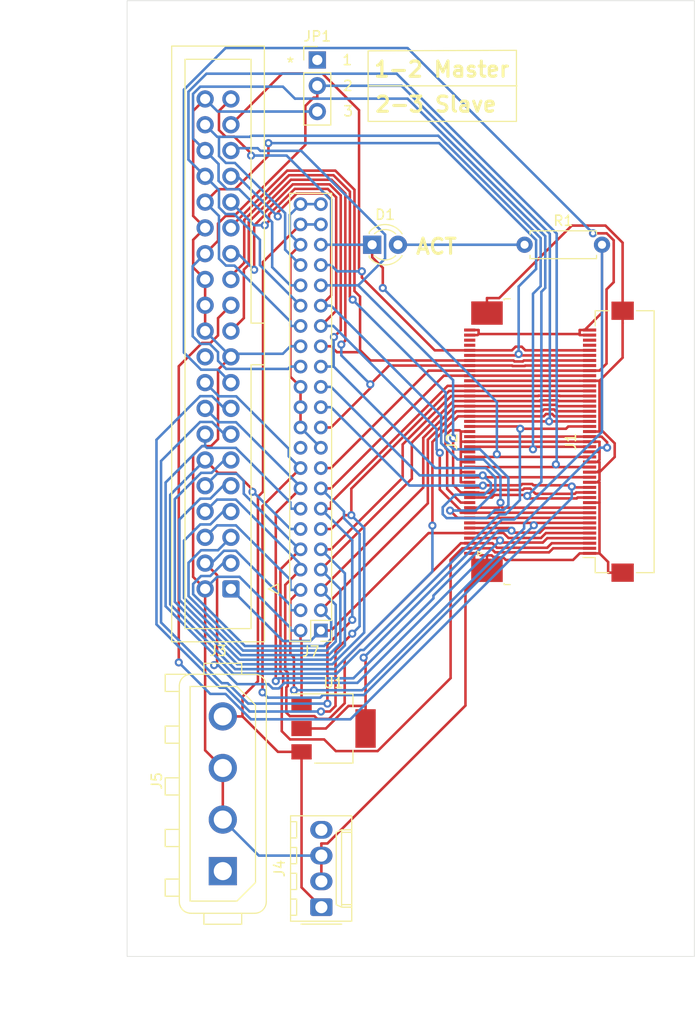
<source format=kicad_pcb>
(kicad_pcb (version 20171130) (host pcbnew 5.1.8+dfsg1-1~bpo10+1)

  (general
    (thickness 1.6)
    (drawings 18)
    (tracks 892)
    (zones 0)
    (modules 10)
    (nets 46)
  )

  (page A4)
  (title_block
    (title "Seagate ST1 ATA Flex adapter")
    (date 2020-11-27)
    (rev 1)
    (company Draken)
    (comment 1 CHRIS.tal)
  )

  (layers
    (0 F.Cu signal)
    (31 B.Cu signal)
    (32 B.Adhes user)
    (33 F.Adhes user)
    (34 B.Paste user)
    (35 F.Paste user)
    (36 B.SilkS user)
    (37 F.SilkS user)
    (38 B.Mask user)
    (39 F.Mask user)
    (40 Dwgs.User user)
    (41 Cmts.User user)
    (42 Eco1.User user)
    (43 Eco2.User user)
    (44 Edge.Cuts user)
    (45 Margin user)
    (46 B.CrtYd user)
    (47 F.CrtYd user)
    (48 B.Fab user)
    (49 F.Fab user)
  )

  (setup
    (last_trace_width 0.25)
    (trace_clearance 0.2)
    (zone_clearance 0.508)
    (zone_45_only no)
    (trace_min 0.2)
    (via_size 0.8)
    (via_drill 0.4)
    (via_min_size 0.45)
    (via_min_drill 0.3)
    (uvia_size 0.3)
    (uvia_drill 0.1)
    (uvias_allowed no)
    (uvia_min_size 0.2)
    (uvia_min_drill 0.1)
    (edge_width 0.05)
    (segment_width 0.2)
    (pcb_text_width 0.3)
    (pcb_text_size 1.5 1.5)
    (mod_edge_width 0.12)
    (mod_text_size 1 1)
    (mod_text_width 0.15)
    (pad_size 1.524 1.524)
    (pad_drill 0.762)
    (pad_to_mask_clearance 0)
    (aux_axis_origin 0 0)
    (visible_elements FFFFFF7F)
    (pcbplotparams
      (layerselection 0x010f0_ffffffff)
      (usegerberextensions false)
      (usegerberattributes false)
      (usegerberadvancedattributes true)
      (creategerberjobfile true)
      (excludeedgelayer false)
      (linewidth 0.150000)
      (plotframeref false)
      (viasonmask false)
      (mode 1)
      (useauxorigin false)
      (hpglpennumber 1)
      (hpglpenspeed 20)
      (hpglpendiameter 15.000000)
      (psnegative false)
      (psa4output false)
      (plotreference true)
      (plotvalue true)
      (plotinvisibletext false)
      (padsonsilk true)
      (subtractmaskfromsilk false)
      (outputformat 1)
      (mirror false)
      (drillshape 0)
      (scaleselection 1)
      (outputdirectory "gerber/"))
  )

  (net 0 "")
  (net 1 "Net-(J1-Pad43)")
  (net 2 "Net-(J1-Pad42)")
  (net 3 "Net-(J3-Pad20)")
  (net 4 "Net-(J4-Pad4)")
  (net 5 "Net-(J5-Pad1)")
  (net 6 "Net-(J7-Pad20)")
  (net 7 "Net-(J2-Pad43)")
  (net 8 "Net-(J2-Pad42)")
  (net 9 "Net-(JP1-Pad1)")
  (net 10 /VCC3)
  (net 11 /*IDE_CS0)
  (net 12 /*IOCS16)
  (net 13 /*DMACK)
  (net 14 /DMARQ)
  (net 15 /DD0)
  (net 16 /DD1)
  (net 17 /DD2)
  (net 18 /DD3)
  (net 19 /DD4)
  (net 20 /DD5)
  (net 21 /DD6)
  (net 22 /DD7)
  (net 23 /DD12)
  (net 24 /CSEL)
  (net 25 /DD13)
  (net 26 /DD9)
  (net 27 /*IDE_CS1)
  (net 28 /*DIOR)
  (net 29 /*DIOW)
  (net 30 /DA0)
  (net 31 /DA2)
  (net 32 /DA1)
  (net 33 /INTRQ)
  (net 34 /DD15)
  (net 35 /DD14)
  (net 36 /*RESET)
  (net 37 /DD8)
  (net 38 /DD10)
  (net 39 /DD11)
  (net 40 /PDIAG)
  (net 41 /*ACTIVE)
  (net 42 /IORDY)
  (net 43 "Net-(D1-Pad2)")
  (net 44 GND)
  (net 45 VCC)

  (net_class Default "This is the default net class."
    (clearance 0.2)
    (trace_width 0.25)
    (via_dia 0.8)
    (via_drill 0.4)
    (uvia_dia 0.3)
    (uvia_drill 0.1)
    (add_net /*ACTIVE)
    (add_net /*DIOR)
    (add_net /*DIOW)
    (add_net /*DMACK)
    (add_net /*IDE_CS0)
    (add_net /*IDE_CS1)
    (add_net /*IOCS16)
    (add_net /*RESET)
    (add_net /CSEL)
    (add_net /DA0)
    (add_net /DA1)
    (add_net /DA2)
    (add_net /DD0)
    (add_net /DD1)
    (add_net /DD10)
    (add_net /DD11)
    (add_net /DD12)
    (add_net /DD13)
    (add_net /DD14)
    (add_net /DD15)
    (add_net /DD2)
    (add_net /DD3)
    (add_net /DD4)
    (add_net /DD5)
    (add_net /DD6)
    (add_net /DD7)
    (add_net /DD8)
    (add_net /DD9)
    (add_net /DMARQ)
    (add_net /INTRQ)
    (add_net /IORDY)
    (add_net /PDIAG)
    (add_net /VCC3)
    (add_net GND)
    (add_net "Net-(D1-Pad2)")
    (add_net "Net-(J1-Pad42)")
    (add_net "Net-(J1-Pad43)")
    (add_net "Net-(J2-Pad42)")
    (add_net "Net-(J2-Pad43)")
    (add_net "Net-(J3-Pad20)")
    (add_net "Net-(J4-Pad4)")
    (add_net "Net-(J5-Pad1)")
    (add_net "Net-(J7-Pad20)")
    (add_net "Net-(JP1-Pad1)")
    (add_net VCC)
  )

  (module Package_TO_SOT_SMD:SOT-223-3_TabPin2 (layer F.Cu) (tedit 5A02FF57) (tstamp 5F49C938)
    (at 101.65 142.65)
    (descr "module CMS SOT223 4 pins")
    (tags "CMS SOT")
    (path /5F52FDF3)
    (attr smd)
    (fp_text reference U1 (at 0 -4.5) (layer F.SilkS)
      (effects (font (size 1 1) (thickness 0.15)))
    )
    (fp_text value AMS1117-3.3 (at 0 4.5) (layer F.Fab)
      (effects (font (size 1 1) (thickness 0.15)))
    )
    (fp_line (start 1.85 -3.35) (end 1.85 3.35) (layer F.Fab) (width 0.1))
    (fp_line (start -1.85 3.35) (end 1.85 3.35) (layer F.Fab) (width 0.1))
    (fp_line (start -4.1 -3.41) (end 1.91 -3.41) (layer F.SilkS) (width 0.12))
    (fp_line (start -0.85 -3.35) (end 1.85 -3.35) (layer F.Fab) (width 0.1))
    (fp_line (start -1.85 3.41) (end 1.91 3.41) (layer F.SilkS) (width 0.12))
    (fp_line (start -1.85 -2.35) (end -1.85 3.35) (layer F.Fab) (width 0.1))
    (fp_line (start -1.85 -2.35) (end -0.85 -3.35) (layer F.Fab) (width 0.1))
    (fp_line (start -4.4 -3.6) (end -4.4 3.6) (layer F.CrtYd) (width 0.05))
    (fp_line (start -4.4 3.6) (end 4.4 3.6) (layer F.CrtYd) (width 0.05))
    (fp_line (start 4.4 3.6) (end 4.4 -3.6) (layer F.CrtYd) (width 0.05))
    (fp_line (start 4.4 -3.6) (end -4.4 -3.6) (layer F.CrtYd) (width 0.05))
    (fp_line (start 1.91 -3.41) (end 1.91 -2.15) (layer F.SilkS) (width 0.12))
    (fp_line (start 1.91 3.41) (end 1.91 2.15) (layer F.SilkS) (width 0.12))
    (fp_text user %R (at 0 0 90) (layer F.Fab)
      (effects (font (size 0.8 0.8) (thickness 0.12)))
    )
    (pad 1 smd rect (at -3.15 -2.3) (size 2 1.5) (layers F.Cu F.Paste F.Mask)
      (net 44 GND))
    (pad 3 smd rect (at -3.15 2.3) (size 2 1.5) (layers F.Cu F.Paste F.Mask)
      (net 45 VCC))
    (pad 2 smd rect (at -3.15 0) (size 2 1.5) (layers F.Cu F.Paste F.Mask)
      (net 10 /VCC3))
    (pad 2 smd rect (at 3.15 0) (size 2 3.8) (layers F.Cu F.Paste F.Mask)
      (net 10 /VCC3))
    (model ${KISYS3DMOD}/Package_TO_SOT_SMD.3dshapes/SOT-223.wrl
      (at (xyz 0 0 0))
      (scale (xyz 1 1 1))
      (rotate (xyz 0 0 0))
    )
  )

  (module Resistor_THT:R_Axial_DIN0207_L6.3mm_D2.5mm_P7.62mm_Horizontal (layer F.Cu) (tedit 5AE5139B) (tstamp 5F49D141)
    (at 120.45 95)
    (descr "Resistor, Axial_DIN0207 series, Axial, Horizontal, pin pitch=7.62mm, 0.25W = 1/4W, length*diameter=6.3*2.5mm^2, http://cdn-reichelt.de/documents/datenblatt/B400/1_4W%23YAG.pdf")
    (tags "Resistor Axial_DIN0207 series Axial Horizontal pin pitch 7.62mm 0.25W = 1/4W length 6.3mm diameter 2.5mm")
    (path /5FAF1AD8)
    (fp_text reference R1 (at 3.81 -2.37) (layer F.SilkS)
      (effects (font (size 1 1) (thickness 0.15)))
    )
    (fp_text value 330R (at 3.81 2.37) (layer F.Fab)
      (effects (font (size 1 1) (thickness 0.15)))
    )
    (fp_line (start 8.67 -1.5) (end -1.05 -1.5) (layer F.CrtYd) (width 0.05))
    (fp_line (start 8.67 1.5) (end 8.67 -1.5) (layer F.CrtYd) (width 0.05))
    (fp_line (start -1.05 1.5) (end 8.67 1.5) (layer F.CrtYd) (width 0.05))
    (fp_line (start -1.05 -1.5) (end -1.05 1.5) (layer F.CrtYd) (width 0.05))
    (fp_line (start 7.08 1.37) (end 7.08 1.04) (layer F.SilkS) (width 0.12))
    (fp_line (start 0.54 1.37) (end 7.08 1.37) (layer F.SilkS) (width 0.12))
    (fp_line (start 0.54 1.04) (end 0.54 1.37) (layer F.SilkS) (width 0.12))
    (fp_line (start 7.08 -1.37) (end 7.08 -1.04) (layer F.SilkS) (width 0.12))
    (fp_line (start 0.54 -1.37) (end 7.08 -1.37) (layer F.SilkS) (width 0.12))
    (fp_line (start 0.54 -1.04) (end 0.54 -1.37) (layer F.SilkS) (width 0.12))
    (fp_line (start 7.62 0) (end 6.96 0) (layer F.Fab) (width 0.1))
    (fp_line (start 0 0) (end 0.66 0) (layer F.Fab) (width 0.1))
    (fp_line (start 6.96 -1.25) (end 0.66 -1.25) (layer F.Fab) (width 0.1))
    (fp_line (start 6.96 1.25) (end 6.96 -1.25) (layer F.Fab) (width 0.1))
    (fp_line (start 0.66 1.25) (end 6.96 1.25) (layer F.Fab) (width 0.1))
    (fp_line (start 0.66 -1.25) (end 0.66 1.25) (layer F.Fab) (width 0.1))
    (fp_text user %R (at 3.81 0) (layer F.Fab)
      (effects (font (size 1 1) (thickness 0.15)))
    )
    (pad 2 thru_hole oval (at 7.62 0) (size 1.6 1.6) (drill 0.8) (layers *.Cu *.Mask)
      (net 10 /VCC3))
    (pad 1 thru_hole circle (at 0 0) (size 1.6 1.6) (drill 0.8) (layers *.Cu *.Mask)
      (net 43 "Net-(D1-Pad2)"))
    (model ${KISYS3DMOD}/Resistor_THT.3dshapes/R_Axial_DIN0207_L6.3mm_D2.5mm_P7.62mm_Horizontal.wrl
      (at (xyz 0 0 0))
      (scale (xyz 1 1 1))
      (rotate (xyz 0 0 0))
    )
  )

  (module LED_THT:LED_D3.0mm (layer F.Cu) (tedit 587A3A7B) (tstamp 5F49BDC3)
    (at 105.45 95)
    (descr "LED, diameter 3.0mm, 2 pins")
    (tags "LED diameter 3.0mm 2 pins")
    (path /5FAF0FEC)
    (fp_text reference D1 (at 1.27 -2.96) (layer F.SilkS)
      (effects (font (size 1 1) (thickness 0.15)))
    )
    (fp_text value LED (at 1.27 2.96) (layer F.Fab)
      (effects (font (size 1 1) (thickness 0.15)))
    )
    (fp_line (start 3.7 -2.25) (end -1.15 -2.25) (layer F.CrtYd) (width 0.05))
    (fp_line (start 3.7 2.25) (end 3.7 -2.25) (layer F.CrtYd) (width 0.05))
    (fp_line (start -1.15 2.25) (end 3.7 2.25) (layer F.CrtYd) (width 0.05))
    (fp_line (start -1.15 -2.25) (end -1.15 2.25) (layer F.CrtYd) (width 0.05))
    (fp_line (start -0.29 1.08) (end -0.29 1.236) (layer F.SilkS) (width 0.12))
    (fp_line (start -0.29 -1.236) (end -0.29 -1.08) (layer F.SilkS) (width 0.12))
    (fp_line (start -0.23 -1.16619) (end -0.23 1.16619) (layer F.Fab) (width 0.1))
    (fp_circle (center 1.27 0) (end 2.77 0) (layer F.Fab) (width 0.1))
    (fp_arc (start 1.27 0) (end 0.229039 1.08) (angle -87.9) (layer F.SilkS) (width 0.12))
    (fp_arc (start 1.27 0) (end 0.229039 -1.08) (angle 87.9) (layer F.SilkS) (width 0.12))
    (fp_arc (start 1.27 0) (end -0.29 1.235516) (angle -108.8) (layer F.SilkS) (width 0.12))
    (fp_arc (start 1.27 0) (end -0.29 -1.235516) (angle 108.8) (layer F.SilkS) (width 0.12))
    (fp_arc (start 1.27 0) (end -0.23 -1.16619) (angle 284.3) (layer F.Fab) (width 0.1))
    (pad 2 thru_hole circle (at 2.54 0) (size 1.8 1.8) (drill 0.9) (layers *.Cu *.Mask)
      (net 43 "Net-(D1-Pad2)"))
    (pad 1 thru_hole rect (at 0 0) (size 1.8 1.8) (drill 0.9) (layers *.Cu *.Mask)
      (net 41 /*ACTIVE))
    (model ${KISYS3DMOD}/LED_THT.3dshapes/LED_D3.0mm.wrl
      (at (xyz 0 0 0))
      (scale (xyz 1 1 1))
      (rotate (xyz 0 0 0))
    )
  )

  (module Connector_PinHeader_2.54mm:PinHeader_1x03_P2.54mm_Vertical (layer F.Cu) (tedit 59FED5CC) (tstamp 5F4A0D3B)
    (at 100.05 76.8)
    (descr "Through hole straight pin header, 1x03, 2.54mm pitch, single row")
    (tags "Through hole pin header THT 1x03 2.54mm single row")
    (path /5F4AC6EB)
    (fp_text reference JP1 (at 0 -2.33) (layer F.SilkS)
      (effects (font (size 1 1) (thickness 0.15)))
    )
    (fp_text value "M/S Jumper" (at 0 7.41) (layer F.Fab)
      (effects (font (size 1 1) (thickness 0.15)))
    )
    (fp_line (start 1.8 -1.8) (end -1.8 -1.8) (layer F.CrtYd) (width 0.05))
    (fp_line (start 1.8 6.85) (end 1.8 -1.8) (layer F.CrtYd) (width 0.05))
    (fp_line (start -1.8 6.85) (end 1.8 6.85) (layer F.CrtYd) (width 0.05))
    (fp_line (start -1.8 -1.8) (end -1.8 6.85) (layer F.CrtYd) (width 0.05))
    (fp_line (start -1.33 -1.33) (end 0 -1.33) (layer F.SilkS) (width 0.12))
    (fp_line (start -1.33 0) (end -1.33 -1.33) (layer F.SilkS) (width 0.12))
    (fp_line (start -1.33 1.27) (end 1.33 1.27) (layer F.SilkS) (width 0.12))
    (fp_line (start 1.33 1.27) (end 1.33 6.41) (layer F.SilkS) (width 0.12))
    (fp_line (start -1.33 1.27) (end -1.33 6.41) (layer F.SilkS) (width 0.12))
    (fp_line (start -1.33 6.41) (end 1.33 6.41) (layer F.SilkS) (width 0.12))
    (fp_line (start -1.27 -0.635) (end -0.635 -1.27) (layer F.Fab) (width 0.1))
    (fp_line (start -1.27 6.35) (end -1.27 -0.635) (layer F.Fab) (width 0.1))
    (fp_line (start 1.27 6.35) (end -1.27 6.35) (layer F.Fab) (width 0.1))
    (fp_line (start 1.27 -1.27) (end 1.27 6.35) (layer F.Fab) (width 0.1))
    (fp_line (start -0.635 -1.27) (end 1.27 -1.27) (layer F.Fab) (width 0.1))
    (fp_text user %R (at 0 2.54 90) (layer F.Fab)
      (effects (font (size 1 1) (thickness 0.15)))
    )
    (pad 3 thru_hole oval (at 0 5.08) (size 1.7 1.7) (drill 1) (layers *.Cu *.Mask)
      (net 44 GND))
    (pad 2 thru_hole oval (at 0 2.54) (size 1.7 1.7) (drill 1) (layers *.Cu *.Mask)
      (net 24 /CSEL))
    (pad 1 thru_hole rect (at 0 0) (size 1.7 1.7) (drill 1) (layers *.Cu *.Mask)
      (net 9 "Net-(JP1-Pad1)"))
    (model ${KISYS3DMOD}/Connector_PinHeader_2.54mm.3dshapes/PinHeader_1x03_P2.54mm_Vertical.wrl
      (at (xyz 0 0 0))
      (scale (xyz 1 1 1))
      (rotate (xyz 0 0 0))
    )
  )

  (module Connector_PinHeader_2.00mm:PinHeader_2x22_P2.00mm_Vertical (layer F.Cu) (tedit 59FED667) (tstamp 5F4A3334)
    (at 100.4 133 180)
    (descr "Through hole straight pin header, 2x22, 2.00mm pitch, double rows")
    (tags "Through hole pin header THT 2x22 2.00mm double row")
    (path /5F4B1636)
    (fp_text reference J7 (at 1 -2.06) (layer F.SilkS)
      (effects (font (size 1 1) (thickness 0.15)))
    )
    (fp_text value "44 pin IDE" (at 1 44.06) (layer F.Fab)
      (effects (font (size 1 1) (thickness 0.15)))
    )
    (fp_line (start 3.5 -1.5) (end -1.5 -1.5) (layer F.CrtYd) (width 0.05))
    (fp_line (start 3.5 43.5) (end 3.5 -1.5) (layer F.CrtYd) (width 0.05))
    (fp_line (start -1.5 43.5) (end 3.5 43.5) (layer F.CrtYd) (width 0.05))
    (fp_line (start -1.5 -1.5) (end -1.5 43.5) (layer F.CrtYd) (width 0.05))
    (fp_line (start -1.06 -1.06) (end 0 -1.06) (layer F.SilkS) (width 0.12))
    (fp_line (start -1.06 0) (end -1.06 -1.06) (layer F.SilkS) (width 0.12))
    (fp_line (start 1 -1.06) (end 3.06 -1.06) (layer F.SilkS) (width 0.12))
    (fp_line (start 1 1) (end 1 -1.06) (layer F.SilkS) (width 0.12))
    (fp_line (start -1.06 1) (end 1 1) (layer F.SilkS) (width 0.12))
    (fp_line (start 3.06 -1.06) (end 3.06 43.06) (layer F.SilkS) (width 0.12))
    (fp_line (start -1.06 1) (end -1.06 43.06) (layer F.SilkS) (width 0.12))
    (fp_line (start -1.06 43.06) (end 3.06 43.06) (layer F.SilkS) (width 0.12))
    (fp_line (start -1 0) (end 0 -1) (layer F.Fab) (width 0.1))
    (fp_line (start -1 43) (end -1 0) (layer F.Fab) (width 0.1))
    (fp_line (start 3 43) (end -1 43) (layer F.Fab) (width 0.1))
    (fp_line (start 3 -1) (end 3 43) (layer F.Fab) (width 0.1))
    (fp_line (start 0 -1) (end 3 -1) (layer F.Fab) (width 0.1))
    (fp_text user %R (at 1 21 90) (layer F.Fab)
      (effects (font (size 1 1) (thickness 0.15)))
    )
    (pad 44 thru_hole oval (at 2 42 180) (size 1.35 1.35) (drill 0.8) (layers *.Cu *.Mask)
      (net 44 GND))
    (pad 43 thru_hole oval (at 0 42 180) (size 1.35 1.35) (drill 0.8) (layers *.Cu *.Mask)
      (net 44 GND))
    (pad 42 thru_hole oval (at 2 40 180) (size 1.35 1.35) (drill 0.8) (layers *.Cu *.Mask)
      (net 45 VCC))
    (pad 41 thru_hole oval (at 0 40 180) (size 1.35 1.35) (drill 0.8) (layers *.Cu *.Mask)
      (net 45 VCC))
    (pad 40 thru_hole oval (at 2 38 180) (size 1.35 1.35) (drill 0.8) (layers *.Cu *.Mask)
      (net 44 GND))
    (pad 39 thru_hole oval (at 0 38 180) (size 1.35 1.35) (drill 0.8) (layers *.Cu *.Mask)
      (net 41 /*ACTIVE))
    (pad 38 thru_hole oval (at 2 36 180) (size 1.35 1.35) (drill 0.8) (layers *.Cu *.Mask)
      (net 27 /*IDE_CS1))
    (pad 37 thru_hole oval (at 0 36 180) (size 1.35 1.35) (drill 0.8) (layers *.Cu *.Mask)
      (net 11 /*IDE_CS0))
    (pad 36 thru_hole oval (at 2 34 180) (size 1.35 1.35) (drill 0.8) (layers *.Cu *.Mask)
      (net 31 /DA2))
    (pad 35 thru_hole oval (at 0 34 180) (size 1.35 1.35) (drill 0.8) (layers *.Cu *.Mask)
      (net 30 /DA0))
    (pad 34 thru_hole oval (at 2 32 180) (size 1.35 1.35) (drill 0.8) (layers *.Cu *.Mask)
      (net 40 /PDIAG))
    (pad 33 thru_hole oval (at 0 32 180) (size 1.35 1.35) (drill 0.8) (layers *.Cu *.Mask)
      (net 32 /DA1))
    (pad 32 thru_hole oval (at 2 30 180) (size 1.35 1.35) (drill 0.8) (layers *.Cu *.Mask)
      (net 12 /*IOCS16))
    (pad 31 thru_hole oval (at 0 30 180) (size 1.35 1.35) (drill 0.8) (layers *.Cu *.Mask)
      (net 33 /INTRQ))
    (pad 30 thru_hole oval (at 2 28 180) (size 1.35 1.35) (drill 0.8) (layers *.Cu *.Mask)
      (net 44 GND))
    (pad 29 thru_hole oval (at 0 28 180) (size 1.35 1.35) (drill 0.8) (layers *.Cu *.Mask)
      (net 13 /*DMACK))
    (pad 28 thru_hole oval (at 2 26 180) (size 1.35 1.35) (drill 0.8) (layers *.Cu *.Mask)
      (net 24 /CSEL))
    (pad 27 thru_hole oval (at 0 26 180) (size 1.35 1.35) (drill 0.8) (layers *.Cu *.Mask)
      (net 42 /IORDY))
    (pad 26 thru_hole oval (at 2 24 180) (size 1.35 1.35) (drill 0.8) (layers *.Cu *.Mask)
      (net 44 GND))
    (pad 25 thru_hole oval (at 0 24 180) (size 1.35 1.35) (drill 0.8) (layers *.Cu *.Mask)
      (net 28 /*DIOR))
    (pad 24 thru_hole oval (at 2 22 180) (size 1.35 1.35) (drill 0.8) (layers *.Cu *.Mask)
      (net 44 GND))
    (pad 23 thru_hole oval (at 0 22 180) (size 1.35 1.35) (drill 0.8) (layers *.Cu *.Mask)
      (net 29 /*DIOW))
    (pad 22 thru_hole oval (at 2 20 180) (size 1.35 1.35) (drill 0.8) (layers *.Cu *.Mask)
      (net 44 GND))
    (pad 21 thru_hole oval (at 0 20 180) (size 1.35 1.35) (drill 0.8) (layers *.Cu *.Mask)
      (net 14 /DMARQ))
    (pad 20 thru_hole oval (at 2 18 180) (size 1.35 1.35) (drill 0.8) (layers *.Cu *.Mask)
      (net 6 "Net-(J7-Pad20)"))
    (pad 19 thru_hole oval (at 0 18 180) (size 1.35 1.35) (drill 0.8) (layers *.Cu *.Mask)
      (net 44 GND))
    (pad 18 thru_hole oval (at 2 16 180) (size 1.35 1.35) (drill 0.8) (layers *.Cu *.Mask)
      (net 34 /DD15))
    (pad 17 thru_hole oval (at 0 16 180) (size 1.35 1.35) (drill 0.8) (layers *.Cu *.Mask)
      (net 15 /DD0))
    (pad 16 thru_hole oval (at 2 14 180) (size 1.35 1.35) (drill 0.8) (layers *.Cu *.Mask)
      (net 35 /DD14))
    (pad 15 thru_hole oval (at 0 14 180) (size 1.35 1.35) (drill 0.8) (layers *.Cu *.Mask)
      (net 16 /DD1))
    (pad 14 thru_hole oval (at 2 12 180) (size 1.35 1.35) (drill 0.8) (layers *.Cu *.Mask)
      (net 25 /DD13))
    (pad 13 thru_hole oval (at 0 12 180) (size 1.35 1.35) (drill 0.8) (layers *.Cu *.Mask)
      (net 17 /DD2))
    (pad 12 thru_hole oval (at 2 10 180) (size 1.35 1.35) (drill 0.8) (layers *.Cu *.Mask)
      (net 23 /DD12))
    (pad 11 thru_hole oval (at 0 10 180) (size 1.35 1.35) (drill 0.8) (layers *.Cu *.Mask)
      (net 18 /DD3))
    (pad 10 thru_hole oval (at 2 8 180) (size 1.35 1.35) (drill 0.8) (layers *.Cu *.Mask)
      (net 39 /DD11))
    (pad 9 thru_hole oval (at 0 8 180) (size 1.35 1.35) (drill 0.8) (layers *.Cu *.Mask)
      (net 19 /DD4))
    (pad 8 thru_hole oval (at 2 6 180) (size 1.35 1.35) (drill 0.8) (layers *.Cu *.Mask)
      (net 38 /DD10))
    (pad 7 thru_hole oval (at 0 6 180) (size 1.35 1.35) (drill 0.8) (layers *.Cu *.Mask)
      (net 20 /DD5))
    (pad 6 thru_hole oval (at 2 4 180) (size 1.35 1.35) (drill 0.8) (layers *.Cu *.Mask)
      (net 26 /DD9))
    (pad 5 thru_hole oval (at 0 4 180) (size 1.35 1.35) (drill 0.8) (layers *.Cu *.Mask)
      (net 21 /DD6))
    (pad 4 thru_hole oval (at 2 2 180) (size 1.35 1.35) (drill 0.8) (layers *.Cu *.Mask)
      (net 37 /DD8))
    (pad 3 thru_hole oval (at 0 2 180) (size 1.35 1.35) (drill 0.8) (layers *.Cu *.Mask)
      (net 22 /DD7))
    (pad 2 thru_hole oval (at 2 0 180) (size 1.35 1.35) (drill 0.8) (layers *.Cu *.Mask)
      (net 44 GND))
    (pad 1 thru_hole rect (at 0 0 180) (size 1.35 1.35) (drill 0.8) (layers *.Cu *.Mask)
      (net 36 /*RESET))
    (model ${KISYS3DMOD}/Connector_PinHeader_2.00mm.3dshapes/PinHeader_2x22_P2.00mm_Vertical.wrl
      (at (xyz 0 0 0))
      (scale (xyz 1 1 1))
      (rotate (xyz 0 0 0))
    )
  )

  (module Connector_IDC:IDC-Header_2x20_P2.54mm_Vertical (layer F.Cu) (tedit 5EAC9A07) (tstamp 5F47F91E)
    (at 91.55 128.9 180)
    (descr "Through hole IDC box header, 2x20, 2.54mm pitch, DIN 41651 / IEC 60603-13, double rows, https://docs.google.com/spreadsheets/d/16SsEcesNF15N3Lb4niX7dcUr-NY5_MFPQhobNuNppn4/edit#gid=0")
    (tags "Through hole vertical IDC box header THT 2x20 2.54mm double row")
    (path /5F4A28C2)
    (fp_text reference J3 (at 1.27 -6.1) (layer F.SilkS)
      (effects (font (size 1 1) (thickness 0.15)))
    )
    (fp_text value "40 pin IDE" (at 1.27 54.36) (layer F.Fab)
      (effects (font (size 1 1) (thickness 0.15)))
    )
    (fp_line (start 6.22 -5.6) (end -3.68 -5.6) (layer F.CrtYd) (width 0.05))
    (fp_line (start 6.22 53.86) (end 6.22 -5.6) (layer F.CrtYd) (width 0.05))
    (fp_line (start -3.68 53.86) (end 6.22 53.86) (layer F.CrtYd) (width 0.05))
    (fp_line (start -3.68 -5.6) (end -3.68 53.86) (layer F.CrtYd) (width 0.05))
    (fp_line (start -4.68 0.5) (end -3.68 0) (layer F.SilkS) (width 0.12))
    (fp_line (start -4.68 -0.5) (end -4.68 0.5) (layer F.SilkS) (width 0.12))
    (fp_line (start -3.68 0) (end -4.68 -0.5) (layer F.SilkS) (width 0.12))
    (fp_line (start -1.98 26.18) (end -3.29 26.18) (layer F.SilkS) (width 0.12))
    (fp_line (start -1.98 26.18) (end -1.98 26.18) (layer F.SilkS) (width 0.12))
    (fp_line (start -1.98 52.17) (end -1.98 26.18) (layer F.SilkS) (width 0.12))
    (fp_line (start 4.52 52.17) (end -1.98 52.17) (layer F.SilkS) (width 0.12))
    (fp_line (start 4.52 -3.91) (end 4.52 52.17) (layer F.SilkS) (width 0.12))
    (fp_line (start -1.98 -3.91) (end 4.52 -3.91) (layer F.SilkS) (width 0.12))
    (fp_line (start -1.98 22.08) (end -1.98 -3.91) (layer F.SilkS) (width 0.12))
    (fp_line (start -3.29 22.08) (end -1.98 22.08) (layer F.SilkS) (width 0.12))
    (fp_line (start -3.29 53.47) (end -3.29 -5.21) (layer F.SilkS) (width 0.12))
    (fp_line (start 5.83 53.47) (end -3.29 53.47) (layer F.SilkS) (width 0.12))
    (fp_line (start 5.83 -5.21) (end 5.83 53.47) (layer F.SilkS) (width 0.12))
    (fp_line (start -3.29 -5.21) (end 5.83 -5.21) (layer F.SilkS) (width 0.12))
    (fp_line (start -1.98 26.18) (end -3.18 26.18) (layer F.Fab) (width 0.1))
    (fp_line (start -1.98 26.18) (end -1.98 26.18) (layer F.Fab) (width 0.1))
    (fp_line (start -1.98 52.17) (end -1.98 26.18) (layer F.Fab) (width 0.1))
    (fp_line (start 4.52 52.17) (end -1.98 52.17) (layer F.Fab) (width 0.1))
    (fp_line (start 4.52 -3.91) (end 4.52 52.17) (layer F.Fab) (width 0.1))
    (fp_line (start -1.98 -3.91) (end 4.52 -3.91) (layer F.Fab) (width 0.1))
    (fp_line (start -1.98 22.08) (end -1.98 -3.91) (layer F.Fab) (width 0.1))
    (fp_line (start -3.18 22.08) (end -1.98 22.08) (layer F.Fab) (width 0.1))
    (fp_line (start -3.18 53.36) (end -3.18 -4.1) (layer F.Fab) (width 0.1))
    (fp_line (start 5.72 53.36) (end -3.18 53.36) (layer F.Fab) (width 0.1))
    (fp_line (start 5.72 -5.1) (end 5.72 53.36) (layer F.Fab) (width 0.1))
    (fp_line (start -2.18 -5.1) (end 5.72 -5.1) (layer F.Fab) (width 0.1))
    (fp_line (start -3.18 -4.1) (end -2.18 -5.1) (layer F.Fab) (width 0.1))
    (fp_text user %R (at 1.27 24.13 90) (layer F.Fab)
      (effects (font (size 1 1) (thickness 0.15)))
    )
    (pad 40 thru_hole circle (at 2.54 48.26 180) (size 1.7 1.7) (drill 1) (layers *.Cu *.Mask)
      (net 44 GND))
    (pad 38 thru_hole circle (at 2.54 45.72 180) (size 1.7 1.7) (drill 1) (layers *.Cu *.Mask)
      (net 27 /*IDE_CS1))
    (pad 36 thru_hole circle (at 2.54 43.18 180) (size 1.7 1.7) (drill 1) (layers *.Cu *.Mask)
      (net 31 /DA2))
    (pad 34 thru_hole circle (at 2.54 40.64 180) (size 1.7 1.7) (drill 1) (layers *.Cu *.Mask)
      (net 40 /PDIAG))
    (pad 32 thru_hole circle (at 2.54 38.1 180) (size 1.7 1.7) (drill 1) (layers *.Cu *.Mask)
      (net 12 /*IOCS16))
    (pad 30 thru_hole circle (at 2.54 35.56 180) (size 1.7 1.7) (drill 1) (layers *.Cu *.Mask)
      (net 44 GND))
    (pad 28 thru_hole circle (at 2.54 33.02 180) (size 1.7 1.7) (drill 1) (layers *.Cu *.Mask)
      (net 24 /CSEL))
    (pad 26 thru_hole circle (at 2.54 30.48 180) (size 1.7 1.7) (drill 1) (layers *.Cu *.Mask)
      (net 44 GND))
    (pad 24 thru_hole circle (at 2.54 27.94 180) (size 1.7 1.7) (drill 1) (layers *.Cu *.Mask)
      (net 44 GND))
    (pad 22 thru_hole circle (at 2.54 25.4 180) (size 1.7 1.7) (drill 1) (layers *.Cu *.Mask)
      (net 44 GND))
    (pad 20 thru_hole circle (at 2.54 22.86 180) (size 1.7 1.7) (drill 1) (layers *.Cu *.Mask)
      (net 3 "Net-(J3-Pad20)"))
    (pad 18 thru_hole circle (at 2.54 20.32 180) (size 1.7 1.7) (drill 1) (layers *.Cu *.Mask)
      (net 34 /DD15))
    (pad 16 thru_hole circle (at 2.54 17.78 180) (size 1.7 1.7) (drill 1) (layers *.Cu *.Mask)
      (net 35 /DD14))
    (pad 14 thru_hole circle (at 2.54 15.24 180) (size 1.7 1.7) (drill 1) (layers *.Cu *.Mask)
      (net 25 /DD13))
    (pad 12 thru_hole circle (at 2.54 12.7 180) (size 1.7 1.7) (drill 1) (layers *.Cu *.Mask)
      (net 23 /DD12))
    (pad 10 thru_hole circle (at 2.54 10.16 180) (size 1.7 1.7) (drill 1) (layers *.Cu *.Mask)
      (net 39 /DD11))
    (pad 8 thru_hole circle (at 2.54 7.62 180) (size 1.7 1.7) (drill 1) (layers *.Cu *.Mask)
      (net 38 /DD10))
    (pad 6 thru_hole circle (at 2.54 5.08 180) (size 1.7 1.7) (drill 1) (layers *.Cu *.Mask)
      (net 26 /DD9))
    (pad 4 thru_hole circle (at 2.54 2.54 180) (size 1.7 1.7) (drill 1) (layers *.Cu *.Mask)
      (net 37 /DD8))
    (pad 2 thru_hole circle (at 2.54 0 180) (size 1.7 1.7) (drill 1) (layers *.Cu *.Mask)
      (net 44 GND))
    (pad 39 thru_hole circle (at 0 48.26 180) (size 1.7 1.7) (drill 1) (layers *.Cu *.Mask)
      (net 41 /*ACTIVE))
    (pad 37 thru_hole circle (at 0 45.72 180) (size 1.7 1.7) (drill 1) (layers *.Cu *.Mask)
      (net 11 /*IDE_CS0))
    (pad 35 thru_hole circle (at 0 43.18 180) (size 1.7 1.7) (drill 1) (layers *.Cu *.Mask)
      (net 30 /DA0))
    (pad 33 thru_hole circle (at 0 40.64 180) (size 1.7 1.7) (drill 1) (layers *.Cu *.Mask)
      (net 32 /DA1))
    (pad 31 thru_hole circle (at 0 38.1 180) (size 1.7 1.7) (drill 1) (layers *.Cu *.Mask)
      (net 33 /INTRQ))
    (pad 29 thru_hole circle (at 0 35.56 180) (size 1.7 1.7) (drill 1) (layers *.Cu *.Mask)
      (net 13 /*DMACK))
    (pad 27 thru_hole circle (at 0 33.02 180) (size 1.7 1.7) (drill 1) (layers *.Cu *.Mask)
      (net 42 /IORDY))
    (pad 25 thru_hole circle (at 0 30.48 180) (size 1.7 1.7) (drill 1) (layers *.Cu *.Mask)
      (net 28 /*DIOR))
    (pad 23 thru_hole circle (at 0 27.94 180) (size 1.7 1.7) (drill 1) (layers *.Cu *.Mask)
      (net 29 /*DIOW))
    (pad 21 thru_hole circle (at 0 25.4 180) (size 1.7 1.7) (drill 1) (layers *.Cu *.Mask)
      (net 14 /DMARQ))
    (pad 19 thru_hole circle (at 0 22.86 180) (size 1.7 1.7) (drill 1) (layers *.Cu *.Mask)
      (net 44 GND))
    (pad 17 thru_hole circle (at 0 20.32 180) (size 1.7 1.7) (drill 1) (layers *.Cu *.Mask)
      (net 15 /DD0))
    (pad 15 thru_hole circle (at 0 17.78 180) (size 1.7 1.7) (drill 1) (layers *.Cu *.Mask)
      (net 16 /DD1))
    (pad 13 thru_hole circle (at 0 15.24 180) (size 1.7 1.7) (drill 1) (layers *.Cu *.Mask)
      (net 17 /DD2))
    (pad 11 thru_hole circle (at 0 12.7 180) (size 1.7 1.7) (drill 1) (layers *.Cu *.Mask)
      (net 18 /DD3))
    (pad 9 thru_hole circle (at 0 10.16 180) (size 1.7 1.7) (drill 1) (layers *.Cu *.Mask)
      (net 19 /DD4))
    (pad 7 thru_hole circle (at 0 7.62 180) (size 1.7 1.7) (drill 1) (layers *.Cu *.Mask)
      (net 20 /DD5))
    (pad 5 thru_hole circle (at 0 5.08 180) (size 1.7 1.7) (drill 1) (layers *.Cu *.Mask)
      (net 21 /DD6))
    (pad 3 thru_hole circle (at 0 2.54 180) (size 1.7 1.7) (drill 1) (layers *.Cu *.Mask)
      (net 22 /DD7))
    (pad 1 thru_hole roundrect (at 0 0 180) (size 1.7 1.7) (drill 1) (layers *.Cu *.Mask) (roundrect_rratio 0.1470588235294118)
      (net 36 /*RESET))
    (model ${KISYS3DMOD}/Connector_IDC.3dshapes/IDC-Header_2x20_P2.54mm_Vertical.wrl
      (at (xyz 0 0 0))
      (scale (xyz 1 1 1))
      (rotate (xyz 0 0 0))
    )
  )

  (module Connector_TE-Connectivity:TE_MATE-N-LOK_350211-1_1x04_P5.08mm_Vertical (layer F.Cu) (tedit 5C696A5E) (tstamp 5F49D47B)
    (at 90.75 156.7 90)
    (descr https://www.te.com/commerce/DocumentDelivery/DDEController?Action=showdoc&DocId=Customer+Drawing%7F350211%7FU5%7Fpdf%7FEnglish%7FENG_CD_350211_U5.pdf%7F350211-1)
    (tags "connector TE MATE-N-LOK top entry ATA PATA IDE 5.25 inch floppy drive power")
    (path /5F4A556E)
    (fp_text reference J5 (at 8.89 -6.5 90) (layer F.SilkS)
      (effects (font (size 1 1) (thickness 0.15)))
    )
    (fp_text value "HDD Type PowerCon" (at 7.62 5.01 90) (layer F.Fab)
      (effects (font (size 1 1) (thickness 0.15)))
    )
    (fp_line (start 14.14 -5.52) (end 14.14 -4.13) (layer F.Fab) (width 0.1))
    (fp_line (start 12.75 -4.13) (end 12.75 -5.52) (layer F.Fab) (width 0.1))
    (fp_line (start 9.04 -5.52) (end 9.04 -4.13) (layer F.Fab) (width 0.1))
    (fp_line (start 7.65 -4.13) (end 7.65 -5.52) (layer F.Fab) (width 0.1))
    (fp_line (start 3.96 -5.52) (end 3.96 -4.13) (layer F.Fab) (width 0.1))
    (fp_line (start 2.57 -4.13) (end 2.57 -5.52) (layer F.Fab) (width 0.1))
    (fp_line (start -0.93 -5.52) (end -0.93 -4.13) (layer F.Fab) (width 0.1))
    (fp_line (start -2.32 -4.13) (end -2.32 -5.52) (layer F.Fab) (width 0.1))
    (fp_line (start -2.32 -5.52) (end -0.93 -5.52) (layer F.Fab) (width 0.1))
    (fp_line (start 2.57 -5.52) (end 3.96 -5.52) (layer F.Fab) (width 0.1))
    (fp_line (start 7.65 -5.52) (end 9.04 -5.52) (layer F.Fab) (width 0.1))
    (fp_line (start 12.75 -5.52) (end 14.14 -5.52) (layer F.Fab) (width 0.1))
    (fp_line (start 17.85 -4.13) (end 17.85 -5.52) (layer F.Fab) (width 0.1))
    (fp_line (start 17.85 -5.52) (end 19.24 -5.52) (layer F.Fab) (width 0.1))
    (fp_line (start -4 1.71) (end -5.08 1.71) (layer F.Fab) (width 0.1))
    (fp_line (start -5.08 -1.71) (end -4 -1.71) (layer F.Fab) (width 0.1))
    (fp_line (start -5.08 1.71) (end -5.08 -1.71) (layer F.Fab) (width 0.1))
    (fp_line (start 19.24 1.71) (end 20.32 1.71) (layer F.Fab) (width 0.1))
    (fp_line (start 20.32 -1.71) (end 19.24 -1.71) (layer F.Fab) (width 0.1))
    (fp_line (start 20.32 1.71) (end 20.32 -1.71) (layer F.Fab) (width 0.1))
    (fp_line (start -4 -2.99) (end -4 2.99) (layer F.Fab) (width 0.1))
    (fp_line (start 19.24 2.99) (end 19.24 -5.52) (layer F.Fab) (width 0.1))
    (fp_line (start -2.86 4.13) (end 18.1 4.13) (layer F.Fab) (width 0.1))
    (fp_line (start 18.1 -4.13) (end -2.86 -4.13) (layer F.Fab) (width 0.1))
    (fp_line (start -2.95 -3.22) (end 18.19 -3.22) (layer F.Fab) (width 0.1))
    (fp_line (start 18.19 -3.22) (end 18.19 1.39) (layer F.Fab) (width 0.1))
    (fp_line (start 18.19 1.39) (end 16.36 3.22) (layer F.Fab) (width 0.1))
    (fp_line (start 16.36 3.22) (end -1.12 3.22) (layer F.Fab) (width 0.1))
    (fp_line (start -1.12 3.22) (end -2.95 1.39) (layer F.Fab) (width 0.1))
    (fp_line (start -2.95 1.39) (end -2.95 -3.22) (layer F.Fab) (width 0.1))
    (fp_line (start 2.42 -5.67) (end 4.11 -5.67) (layer F.SilkS) (width 0.12))
    (fp_line (start 4.11 -5.67) (end 4.11 -4.28) (layer F.SilkS) (width 0.12))
    (fp_line (start 2.42 -4.28) (end 2.42 -5.67) (layer F.SilkS) (width 0.12))
    (fp_line (start 7.5 -4.28) (end 7.5 -5.67) (layer F.SilkS) (width 0.12))
    (fp_line (start 9.19 -5.67) (end 9.19 -4.28) (layer F.SilkS) (width 0.12))
    (fp_line (start 7.5 -5.67) (end 9.19 -5.67) (layer F.SilkS) (width 0.12))
    (fp_line (start 12.6 -5.67) (end 14.29 -5.67) (layer F.SilkS) (width 0.12))
    (fp_line (start 12.6 -4.28) (end 12.6 -5.67) (layer F.SilkS) (width 0.12))
    (fp_line (start 14.29 -5.67) (end 14.29 -4.28) (layer F.SilkS) (width 0.12))
    (fp_line (start -2.47 -4.28) (end -2.47 -5.67) (layer F.SilkS) (width 0.12))
    (fp_line (start -0.78 -5.67) (end -0.78 -4.28) (layer F.SilkS) (width 0.12))
    (fp_line (start -2.47 -5.67) (end -0.78 -5.67) (layer F.SilkS) (width 0.12))
    (fp_line (start 17.7 -5.67) (end 19.39 -5.67) (layer F.SilkS) (width 0.12))
    (fp_line (start 17.7 -4.28) (end 17.7 -5.67) (layer F.SilkS) (width 0.12))
    (fp_line (start -5.23 -1.86) (end -4.15 -1.86) (layer F.SilkS) (width 0.12))
    (fp_line (start -5.23 1.86) (end -5.23 -1.86) (layer F.SilkS) (width 0.12))
    (fp_line (start -4.15 1.86) (end -5.23 1.86) (layer F.SilkS) (width 0.12))
    (fp_line (start 20.47 -1.86) (end 19.39 -1.86) (layer F.SilkS) (width 0.12))
    (fp_line (start 20.47 1.86) (end 20.47 -1.86) (layer F.SilkS) (width 0.12))
    (fp_line (start 19.39 1.86) (end 20.47 1.86) (layer F.SilkS) (width 0.12))
    (fp_line (start -4.15 -3.14) (end -4.15 3.14) (layer F.SilkS) (width 0.12))
    (fp_line (start 18.25 -4.28) (end -3.01 -4.28) (layer F.SilkS) (width 0.12))
    (fp_line (start 19.39 3.14) (end 19.39 -5.67) (layer F.SilkS) (width 0.12))
    (fp_line (start -3.01 4.28) (end 18.25 4.28) (layer F.SilkS) (width 0.12))
    (fp_line (start -2.95 1.39) (end -2.95 -3.22) (layer F.SilkS) (width 0.12))
    (fp_line (start -1.12 3.22) (end -2.95 1.39) (layer F.SilkS) (width 0.12))
    (fp_line (start 16.36 3.22) (end -1.12 3.22) (layer F.SilkS) (width 0.12))
    (fp_line (start 18.19 1.39) (end 16.36 3.22) (layer F.SilkS) (width 0.12))
    (fp_line (start 18.19 -3.22) (end 18.19 1.39) (layer F.SilkS) (width 0.12))
    (fp_line (start -2.95 -3.22) (end 18.19 -3.22) (layer F.SilkS) (width 0.12))
    (fp_line (start -5.33 -5.77) (end -5.33 4.38) (layer F.CrtYd) (width 0.05))
    (fp_line (start 20.57 -5.77) (end -5.33 -5.77) (layer F.CrtYd) (width 0.05))
    (fp_line (start 20.57 4.38) (end 20.57 -5.77) (layer F.CrtYd) (width 0.05))
    (fp_line (start -5.33 4.38) (end 20.57 4.38) (layer F.CrtYd) (width 0.05))
    (fp_arc (start -2.86 2.99) (end -4 2.99) (angle -90) (layer F.Fab) (width 0.1))
    (fp_arc (start 18.1 2.99) (end 18.1 4.13) (angle -90) (layer F.Fab) (width 0.1))
    (fp_arc (start -2.86 -2.99) (end -2.86 -4.13) (angle -90) (layer F.Fab) (width 0.1))
    (fp_arc (start 18.1 -2.99) (end 19.24 -2.99) (angle -90) (layer F.Fab) (width 0.1))
    (fp_text user %R (at 8 0 90) (layer F.Fab)
      (effects (font (size 1 1) (thickness 0.15)))
    )
    (fp_arc (start -3.01 3.14) (end -4.15 3.14) (angle -90) (layer F.SilkS) (width 0.12))
    (fp_arc (start -3.01 -3.14) (end -3.01 -4.28) (angle -90) (layer F.SilkS) (width 0.12))
    (fp_arc (start 18.25 3.14) (end 18.25 4.28) (angle -90) (layer F.SilkS) (width 0.12))
    (fp_arc (start 18.25 -3.14) (end 19.39 -3.14) (angle -90) (layer F.SilkS) (width 0.12))
    (pad 4 thru_hole circle (at 15.24 0 90) (size 2.78 2.78) (drill 1.78) (layers *.Cu *.Mask)
      (net 45 VCC))
    (pad 3 thru_hole circle (at 10.16 0 90) (size 2.78 2.78) (drill 1.78) (layers *.Cu *.Mask)
      (net 44 GND))
    (pad 2 thru_hole circle (at 5.08 0 90) (size 2.78 2.78) (drill 1.78) (layers *.Cu *.Mask)
      (net 44 GND))
    (pad 1 thru_hole rect (at 0 0 90) (size 2.78 2.78) (drill 1.78) (layers *.Cu *.Mask)
      (net 5 "Net-(J5-Pad1)"))
    (model ${KISYS3DMOD}/Connector_TE-Connectivity.3dshapes/TE_MATE-N-LOK_350211-1_1x04_P5.08mm_Vertical.wrl
      (at (xyz 0 0 0))
      (scale (xyz 1 1 1))
      (rotate (xyz 0 0 0))
    )
  )

  (module Connector_Molex:Molex_KK-254_AE-6410-04A_1x04_P2.54mm_Vertical (layer F.Cu) (tedit 5EA53D3B) (tstamp 5F49D42A)
    (at 100.45 160.25 90)
    (descr "Molex KK-254 Interconnect System, old/engineering part number: AE-6410-04A example for new part number: 22-27-2041, 4 Pins (http://www.molex.com/pdm_docs/sd/022272021_sd.pdf), generated with kicad-footprint-generator")
    (tags "connector Molex KK-254 vertical")
    (path /5F4A45FA)
    (fp_text reference J4 (at 3.81 -4.12 90) (layer F.SilkS)
      (effects (font (size 1 1) (thickness 0.15)))
    )
    (fp_text value "Floppy Type PowerCon" (at 3.81 4.08 90) (layer F.Fab)
      (effects (font (size 1 1) (thickness 0.15)))
    )
    (fp_line (start 9.39 -3.42) (end -1.77 -3.42) (layer F.CrtYd) (width 0.05))
    (fp_line (start 9.39 3.38) (end 9.39 -3.42) (layer F.CrtYd) (width 0.05))
    (fp_line (start -1.77 3.38) (end 9.39 3.38) (layer F.CrtYd) (width 0.05))
    (fp_line (start -1.77 -3.42) (end -1.77 3.38) (layer F.CrtYd) (width 0.05))
    (fp_line (start 8.42 -2.43) (end 8.42 -3.03) (layer F.SilkS) (width 0.12))
    (fp_line (start 6.82 -2.43) (end 8.42 -2.43) (layer F.SilkS) (width 0.12))
    (fp_line (start 6.82 -3.03) (end 6.82 -2.43) (layer F.SilkS) (width 0.12))
    (fp_line (start 5.88 -2.43) (end 5.88 -3.03) (layer F.SilkS) (width 0.12))
    (fp_line (start 4.28 -2.43) (end 5.88 -2.43) (layer F.SilkS) (width 0.12))
    (fp_line (start 4.28 -3.03) (end 4.28 -2.43) (layer F.SilkS) (width 0.12))
    (fp_line (start 3.34 -2.43) (end 3.34 -3.03) (layer F.SilkS) (width 0.12))
    (fp_line (start 1.74 -2.43) (end 3.34 -2.43) (layer F.SilkS) (width 0.12))
    (fp_line (start 1.74 -3.03) (end 1.74 -2.43) (layer F.SilkS) (width 0.12))
    (fp_line (start 0.8 -2.43) (end 0.8 -3.03) (layer F.SilkS) (width 0.12))
    (fp_line (start -0.8 -2.43) (end 0.8 -2.43) (layer F.SilkS) (width 0.12))
    (fp_line (start -0.8 -3.03) (end -0.8 -2.43) (layer F.SilkS) (width 0.12))
    (fp_line (start 7.37 2.99) (end 7.37 1.99) (layer F.SilkS) (width 0.12))
    (fp_line (start 0.25 2.99) (end 0.25 1.99) (layer F.SilkS) (width 0.12))
    (fp_line (start 7.37 1.46) (end 7.62 1.99) (layer F.SilkS) (width 0.12))
    (fp_line (start 0.25 1.46) (end 7.37 1.46) (layer F.SilkS) (width 0.12))
    (fp_line (start 0 1.99) (end 0.25 1.46) (layer F.SilkS) (width 0.12))
    (fp_line (start 7.62 1.99) (end 7.62 2.99) (layer F.SilkS) (width 0.12))
    (fp_line (start 0 1.99) (end 7.62 1.99) (layer F.SilkS) (width 0.12))
    (fp_line (start 0 2.99) (end 0 1.99) (layer F.SilkS) (width 0.12))
    (fp_line (start -0.562893 0) (end -1.27 0.5) (layer F.Fab) (width 0.1))
    (fp_line (start -1.27 -0.5) (end -0.562893 0) (layer F.Fab) (width 0.1))
    (fp_line (start -1.67 -2) (end -1.67 2) (layer F.SilkS) (width 0.12))
    (fp_line (start 9 -3.03) (end -1.38 -3.03) (layer F.SilkS) (width 0.12))
    (fp_line (start 9 2.99) (end 9 -3.03) (layer F.SilkS) (width 0.12))
    (fp_line (start -1.38 2.99) (end 9 2.99) (layer F.SilkS) (width 0.12))
    (fp_line (start -1.38 -3.03) (end -1.38 2.99) (layer F.SilkS) (width 0.12))
    (fp_line (start 8.89 -2.92) (end -1.27 -2.92) (layer F.Fab) (width 0.1))
    (fp_line (start 8.89 2.88) (end 8.89 -2.92) (layer F.Fab) (width 0.1))
    (fp_line (start -1.27 2.88) (end 8.89 2.88) (layer F.Fab) (width 0.1))
    (fp_line (start -1.27 -2.92) (end -1.27 2.88) (layer F.Fab) (width 0.1))
    (fp_text user %R (at 3.81 -2.22 90) (layer F.Fab)
      (effects (font (size 1 1) (thickness 0.15)))
    )
    (pad 4 thru_hole oval (at 7.62 0 90) (size 1.74 2.19) (drill 1.19) (layers *.Cu *.Mask)
      (net 4 "Net-(J4-Pad4)"))
    (pad 3 thru_hole oval (at 5.08 0 90) (size 1.74 2.19) (drill 1.19) (layers *.Cu *.Mask)
      (net 44 GND))
    (pad 2 thru_hole oval (at 2.54 0 90) (size 1.74 2.19) (drill 1.19) (layers *.Cu *.Mask)
      (net 44 GND))
    (pad 1 thru_hole roundrect (at 0 0 90) (size 1.74 2.19) (drill 1.19) (layers *.Cu *.Mask) (roundrect_rratio 0.1436775862068966)
      (net 45 VCC))
    (model ${KISYS3DMOD}/Connector_Molex.3dshapes/Molex_KK-254_AE-6410-04A_1x04_P2.54mm_Vertical.wrl
      (at (xyz 0 0 0))
      (scale (xyz 1 1 1))
      (rotate (xyz 0 0 0))
    )
  )

  (module Connector_FFC-FPC:TE_4-1734839-5_1x45-1MP_P0.5mm_Horizontal (layer F.Cu) (tedit 5DB5C65C) (tstamp 5F47E8AE)
    (at 116.4 114.4 90)
    (descr "TE FPC connector, 45 top-side contacts, 0.5mm pitch, SMT, https://www.te.com/commerce/DocumentDelivery/DDEController?Action=showdoc&DocId=Customer+Drawing%7F1734839%7FC%7Fpdf%7FEnglish%7FENG_CD_1734839_C_C_1734839.pdf%7F4-1734839-0")
    (tags "te fpc 1734839")
    (path /5F47E249)
    (attr smd)
    (fp_text reference J2 (at 0 -3.1 90) (layer F.SilkS)
      (effects (font (size 1 1) (thickness 0.15)))
    )
    (fp_text value "TE 4-1734839-5 Type Seagate Flex Con" (at 0 3.25 90) (layer Dwgs.User)
      (effects (font (size 0.5 0.5) (thickness 0.08)))
    )
    (fp_line (start 14.46 -2.4) (end -14.46 -2.4) (layer F.CrtYd) (width 0.05))
    (fp_line (start 14.46 4.25) (end 14.46 -2.4) (layer F.CrtYd) (width 0.05))
    (fp_line (start -14.46 4.25) (end 14.46 4.25) (layer F.CrtYd) (width 0.05))
    (fp_line (start -14.46 -2.4) (end -14.46 4.25) (layer F.CrtYd) (width 0.05))
    (fp_line (start 13.855 2.75) (end -13.855 2.75) (layer Dwgs.User) (width 0.1))
    (fp_line (start -10.8 -0.55) (end -11.2 -0.55) (layer F.SilkS) (width 0.12))
    (fp_line (start -11 -0.15) (end -10.8 -0.55) (layer F.SilkS) (width 0.12))
    (fp_line (start -11.2 -0.55) (end -11 -0.15) (layer F.SilkS) (width 0.12))
    (fp_line (start 14.075 2.04) (end 14.075 2.64) (layer F.SilkS) (width 0.12))
    (fp_line (start 13.965 2.04) (end 14.075 2.04) (layer F.SilkS) (width 0.12))
    (fp_line (start -14.075 2.04) (end -14.075 2.64) (layer F.SilkS) (width 0.12))
    (fp_line (start -13.965 2.04) (end -14.075 2.04) (layer F.SilkS) (width 0.12))
    (fp_line (start -11 0.15) (end -10.6 -0.65) (layer F.Fab) (width 0.1))
    (fp_line (start -11.4 -0.65) (end -11 0.15) (layer F.Fab) (width 0.1))
    (fp_line (start -13.31 2.15) (end -13.31 -0.65) (layer F.Fab) (width 0.1))
    (fp_line (start -13.965 2.15) (end -13.31 2.15) (layer F.Fab) (width 0.1))
    (fp_line (start -13.965 3.75) (end -13.965 2.15) (layer F.Fab) (width 0.1))
    (fp_line (start 13.965 3.75) (end -13.965 3.75) (layer F.Fab) (width 0.1))
    (fp_line (start 13.965 2.15) (end 13.965 3.75) (layer F.Fab) (width 0.1))
    (fp_line (start 13.31 2.15) (end 13.965 2.15) (layer F.Fab) (width 0.1))
    (fp_line (start 13.31 -0.65) (end 13.31 2.15) (layer F.Fab) (width 0.1))
    (fp_line (start -13.31 -0.65) (end 13.31 -0.65) (layer F.Fab) (width 0.1))
    (fp_text user %R (at 0 1.55 90) (layer F.Fab)
      (effects (font (size 1 1) (thickness 0.15)))
    )
    (pad MP smd rect (at 12.67 0.35 90) (size 2.3 3.1) (layers F.Cu F.Paste F.Mask)
      (net 44 GND))
    (pad MP smd rect (at -12.67 0.35 90) (size 2.3 3.1) (layers F.Cu F.Paste F.Mask)
      (net 44 GND))
    (pad 45 smd rect (at 11 -1.35 90) (size 0.3 1.1) (layers F.Cu F.Paste F.Mask)
      (net 10 /VCC3))
    (pad 44 smd rect (at 10.5 -1.35 90) (size 0.3 1.1) (layers F.Cu F.Paste F.Mask)
      (net 10 /VCC3))
    (pad 43 smd rect (at 10 -1.35 90) (size 0.3 1.1) (layers F.Cu F.Paste F.Mask)
      (net 7 "Net-(J2-Pad43)"))
    (pad 42 smd rect (at 9.5 -1.35 90) (size 0.3 1.1) (layers F.Cu F.Paste F.Mask)
      (net 8 "Net-(J2-Pad42)"))
    (pad 41 smd rect (at 9 -1.35 90) (size 0.3 1.1) (layers F.Cu F.Paste F.Mask)
      (net 11 /*IDE_CS0))
    (pad 40 smd rect (at 8.5 -1.35 90) (size 0.3 1.1) (layers F.Cu F.Paste F.Mask)
      (net 12 /*IOCS16))
    (pad 39 smd rect (at 8 -1.35 90) (size 0.3 1.1) (layers F.Cu F.Paste F.Mask)
      (net 13 /*DMACK))
    (pad 38 smd rect (at 7.5 -1.35 90) (size 0.3 1.1) (layers F.Cu F.Paste F.Mask)
      (net 14 /DMARQ))
    (pad 37 smd rect (at 7 -1.35 90) (size 0.3 1.1) (layers F.Cu F.Paste F.Mask)
      (net 15 /DD0))
    (pad 36 smd rect (at 6.5 -1.35 90) (size 0.3 1.1) (layers F.Cu F.Paste F.Mask)
      (net 16 /DD1))
    (pad 35 smd rect (at 6 -1.35 90) (size 0.3 1.1) (layers F.Cu F.Paste F.Mask)
      (net 44 GND))
    (pad 34 smd rect (at 5.5 -1.35 90) (size 0.3 1.1) (layers F.Cu F.Paste F.Mask)
      (net 17 /DD2))
    (pad 33 smd rect (at 5 -1.35 90) (size 0.3 1.1) (layers F.Cu F.Paste F.Mask)
      (net 18 /DD3))
    (pad 32 smd rect (at 4.5 -1.35 90) (size 0.3 1.1) (layers F.Cu F.Paste F.Mask)
      (net 19 /DD4))
    (pad 31 smd rect (at 4 -1.35 90) (size 0.3 1.1) (layers F.Cu F.Paste F.Mask)
      (net 20 /DD5))
    (pad 30 smd rect (at 3.5 -1.35 90) (size 0.3 1.1) (layers F.Cu F.Paste F.Mask)
      (net 21 /DD6))
    (pad 29 smd rect (at 3 -1.35 90) (size 0.3 1.1) (layers F.Cu F.Paste F.Mask)
      (net 22 /DD7))
    (pad 28 smd rect (at 2.5 -1.35 90) (size 0.3 1.1) (layers F.Cu F.Paste F.Mask)
      (net 23 /DD12))
    (pad 27 smd rect (at 2 -1.35 90) (size 0.3 1.1) (layers F.Cu F.Paste F.Mask)
      (net 24 /CSEL))
    (pad 26 smd rect (at 1.5 -1.35 90) (size 0.3 1.1) (layers F.Cu F.Paste F.Mask)
      (net 25 /DD13))
    (pad 25 smd rect (at 1 -1.35 90) (size 0.3 1.1) (layers F.Cu F.Paste F.Mask)
      (net 44 GND))
    (pad 24 smd rect (at 0.5 -1.35 90) (size 0.3 1.1) (layers F.Cu F.Paste F.Mask)
      (net 26 /DD9))
    (pad 23 smd rect (at 0 -1.35 90) (size 0.3 1.1) (layers F.Cu F.Paste F.Mask)
      (net 44 GND))
    (pad 22 smd rect (at -0.5 -1.35 90) (size 0.3 1.1) (layers F.Cu F.Paste F.Mask)
      (net 27 /*IDE_CS1))
    (pad 21 smd rect (at -1 -1.35 90) (size 0.3 1.1) (layers F.Cu F.Paste F.Mask)
      (net 44 GND))
    (pad 20 smd rect (at -1.5 -1.35 90) (size 0.3 1.1) (layers F.Cu F.Paste F.Mask)
      (net 41 /*ACTIVE))
    (pad 19 smd rect (at -2 -1.35 90) (size 0.3 1.1) (layers F.Cu F.Paste F.Mask)
      (net 44 GND))
    (pad 18 smd rect (at -2.5 -1.35 90) (size 0.3 1.1) (layers F.Cu F.Paste F.Mask)
      (net 40 /PDIAG))
    (pad 17 smd rect (at -3 -1.35 90) (size 0.3 1.1) (layers F.Cu F.Paste F.Mask)
      (net 44 GND))
    (pad 16 smd rect (at -3.5 -1.35 90) (size 0.3 1.1) (layers F.Cu F.Paste F.Mask)
      (net 28 /*DIOR))
    (pad 15 smd rect (at -4 -1.35 90) (size 0.3 1.1) (layers F.Cu F.Paste F.Mask)
      (net 44 GND))
    (pad 14 smd rect (at -4.5 -1.35 90) (size 0.3 1.1) (layers F.Cu F.Paste F.Mask)
      (net 29 /*DIOW))
    (pad 13 smd rect (at -5 -1.35 90) (size 0.3 1.1) (layers F.Cu F.Paste F.Mask)
      (net 30 /DA0))
    (pad 12 smd rect (at -5.5 -1.35 90) (size 0.3 1.1) (layers F.Cu F.Paste F.Mask)
      (net 31 /DA2))
    (pad 11 smd rect (at -6 -1.35 90) (size 0.3 1.1) (layers F.Cu F.Paste F.Mask)
      (net 44 GND))
    (pad 10 smd rect (at -6.5 -1.35 90) (size 0.3 1.1) (layers F.Cu F.Paste F.Mask)
      (net 32 /DA1))
    (pad 9 smd rect (at -7 -1.35 90) (size 0.3 1.1) (layers F.Cu F.Paste F.Mask)
      (net 33 /INTRQ))
    (pad 8 smd rect (at -7.5 -1.35 90) (size 0.3 1.1) (layers F.Cu F.Paste F.Mask)
      (net 42 /IORDY))
    (pad 7 smd rect (at -8 -1.35 90) (size 0.3 1.1) (layers F.Cu F.Paste F.Mask)
      (net 34 /DD15))
    (pad 6 smd rect (at -8.5 -1.35 90) (size 0.3 1.1) (layers F.Cu F.Paste F.Mask)
      (net 35 /DD14))
    (pad 5 smd rect (at -9 -1.35 90) (size 0.3 1.1) (layers F.Cu F.Paste F.Mask)
      (net 36 /*RESET))
    (pad 4 smd rect (at -9.5 -1.35 90) (size 0.3 1.1) (layers F.Cu F.Paste F.Mask)
      (net 37 /DD8))
    (pad 3 smd rect (at -10 -1.35 90) (size 0.3 1.1) (layers F.Cu F.Paste F.Mask)
      (net 38 /DD10))
    (pad 2 smd rect (at -10.5 -1.35 90) (size 0.3 1.1) (layers F.Cu F.Paste F.Mask)
      (net 39 /DD11))
    (pad 1 smd rect (at -11 -1.35 90) (size 0.3 1.1) (layers F.Cu F.Paste F.Mask)
      (net 44 GND))
    (model ${KISYS3DMOD}/Connector_FFC-FPC.3dshapes/TE_4-1734839-5_1x45-1MP_P0.5mm_Horizontal.wrl
      (at (xyz 0 0 0))
      (scale (xyz 1 1 1))
      (rotate (xyz 0 0 0))
    )
  )

  (module Connector_FFC-FPC:Hirose_FH12-45S-0.5SH_1x45-1MP_P0.50mm_Horizontal (layer F.Cu) (tedit 5D24667B) (tstamp 5F47E864)
    (at 128.7 114.4 90)
    (descr "Hirose FH12, FFC/FPC connector, FH12-45S-0.5SH, 45 Pins per row (https://www.hirose.com/product/en/products/FH12/FH12-24S-0.5SH(55)/), generated with kicad-footprint-generator")
    (tags "connector Hirose FH12 horizontal")
    (path /5F47FBE1)
    (attr smd)
    (fp_text reference J1 (at 0 -3.7 90) (layer F.SilkS)
      (effects (font (size 1 1) (thickness 0.15)))
    )
    (fp_text value "Hirose FH12 Type Seagate Flex Con" (at 0 5.6 90) (layer F.Fab)
      (effects (font (size 1 1) (thickness 0.15)))
    )
    (fp_line (start 14.3 -3) (end -14.3 -3) (layer F.CrtYd) (width 0.05))
    (fp_line (start 14.3 4.9) (end 14.3 -3) (layer F.CrtYd) (width 0.05))
    (fp_line (start -14.3 4.9) (end 14.3 4.9) (layer F.CrtYd) (width 0.05))
    (fp_line (start -14.3 -3) (end -14.3 4.9) (layer F.CrtYd) (width 0.05))
    (fp_line (start -11 -0.492893) (end -10.5 -1.2) (layer F.Fab) (width 0.1))
    (fp_line (start -11.5 -1.2) (end -11 -0.492893) (layer F.Fab) (width 0.1))
    (fp_line (start -11.41 -1.3) (end -11.41 -2.5) (layer F.SilkS) (width 0.12))
    (fp_line (start 12.9 4.5) (end 12.9 2.76) (layer F.SilkS) (width 0.12))
    (fp_line (start -12.9 4.5) (end 12.9 4.5) (layer F.SilkS) (width 0.12))
    (fp_line (start -12.9 2.76) (end -12.9 4.5) (layer F.SilkS) (width 0.12))
    (fp_line (start 12.9 -1.3) (end 12.9 0.04) (layer F.SilkS) (width 0.12))
    (fp_line (start 11.41 -1.3) (end 12.9 -1.3) (layer F.SilkS) (width 0.12))
    (fp_line (start -12.9 -1.3) (end -12.9 0.04) (layer F.SilkS) (width 0.12))
    (fp_line (start -11.41 -1.3) (end -12.9 -1.3) (layer F.SilkS) (width 0.12))
    (fp_line (start 12.7 4.4) (end 0 4.4) (layer F.Fab) (width 0.1))
    (fp_line (start 12.7 3.7) (end 12.7 4.4) (layer F.Fab) (width 0.1))
    (fp_line (start 12.2 3.7) (end 12.7 3.7) (layer F.Fab) (width 0.1))
    (fp_line (start 12.2 3.4) (end 12.2 3.7) (layer F.Fab) (width 0.1))
    (fp_line (start 12.8 3.4) (end 12.2 3.4) (layer F.Fab) (width 0.1))
    (fp_line (start 12.8 -1.2) (end 12.8 3.4) (layer F.Fab) (width 0.1))
    (fp_line (start 0 -1.2) (end 12.8 -1.2) (layer F.Fab) (width 0.1))
    (fp_line (start -12.7 4.4) (end 0 4.4) (layer F.Fab) (width 0.1))
    (fp_line (start -12.7 3.7) (end -12.7 4.4) (layer F.Fab) (width 0.1))
    (fp_line (start -12.2 3.7) (end -12.7 3.7) (layer F.Fab) (width 0.1))
    (fp_line (start -12.2 3.4) (end -12.2 3.7) (layer F.Fab) (width 0.1))
    (fp_line (start -12.8 3.4) (end -12.2 3.4) (layer F.Fab) (width 0.1))
    (fp_line (start -12.8 -1.2) (end -12.8 3.4) (layer F.Fab) (width 0.1))
    (fp_line (start 0 -1.2) (end -12.8 -1.2) (layer F.Fab) (width 0.1))
    (fp_text user %R (at 0 3.7 90) (layer F.Fab)
      (effects (font (size 1 1) (thickness 0.15)))
    )
    (pad 45 smd rect (at 11 -1.85 90) (size 0.3 1.3) (layers F.Cu F.Paste F.Mask)
      (net 10 /VCC3))
    (pad 44 smd rect (at 10.5 -1.85 90) (size 0.3 1.3) (layers F.Cu F.Paste F.Mask)
      (net 10 /VCC3))
    (pad 43 smd rect (at 10 -1.85 90) (size 0.3 1.3) (layers F.Cu F.Paste F.Mask)
      (net 1 "Net-(J1-Pad43)"))
    (pad 42 smd rect (at 9.5 -1.85 90) (size 0.3 1.3) (layers F.Cu F.Paste F.Mask)
      (net 2 "Net-(J1-Pad42)"))
    (pad 41 smd rect (at 9 -1.85 90) (size 0.3 1.3) (layers F.Cu F.Paste F.Mask)
      (net 11 /*IDE_CS0))
    (pad 40 smd rect (at 8.5 -1.85 90) (size 0.3 1.3) (layers F.Cu F.Paste F.Mask)
      (net 12 /*IOCS16))
    (pad 39 smd rect (at 8 -1.85 90) (size 0.3 1.3) (layers F.Cu F.Paste F.Mask)
      (net 13 /*DMACK))
    (pad 38 smd rect (at 7.5 -1.85 90) (size 0.3 1.3) (layers F.Cu F.Paste F.Mask)
      (net 14 /DMARQ))
    (pad 37 smd rect (at 7 -1.85 90) (size 0.3 1.3) (layers F.Cu F.Paste F.Mask)
      (net 15 /DD0))
    (pad 36 smd rect (at 6.5 -1.85 90) (size 0.3 1.3) (layers F.Cu F.Paste F.Mask)
      (net 16 /DD1))
    (pad 35 smd rect (at 6 -1.85 90) (size 0.3 1.3) (layers F.Cu F.Paste F.Mask)
      (net 44 GND))
    (pad 34 smd rect (at 5.5 -1.85 90) (size 0.3 1.3) (layers F.Cu F.Paste F.Mask)
      (net 17 /DD2))
    (pad 33 smd rect (at 5 -1.85 90) (size 0.3 1.3) (layers F.Cu F.Paste F.Mask)
      (net 18 /DD3))
    (pad 32 smd rect (at 4.5 -1.85 90) (size 0.3 1.3) (layers F.Cu F.Paste F.Mask)
      (net 19 /DD4))
    (pad 31 smd rect (at 4 -1.85 90) (size 0.3 1.3) (layers F.Cu F.Paste F.Mask)
      (net 20 /DD5))
    (pad 30 smd rect (at 3.5 -1.85 90) (size 0.3 1.3) (layers F.Cu F.Paste F.Mask)
      (net 21 /DD6))
    (pad 29 smd rect (at 3 -1.85 90) (size 0.3 1.3) (layers F.Cu F.Paste F.Mask)
      (net 22 /DD7))
    (pad 28 smd rect (at 2.5 -1.85 90) (size 0.3 1.3) (layers F.Cu F.Paste F.Mask)
      (net 23 /DD12))
    (pad 27 smd rect (at 2 -1.85 90) (size 0.3 1.3) (layers F.Cu F.Paste F.Mask)
      (net 24 /CSEL))
    (pad 26 smd rect (at 1.5 -1.85 90) (size 0.3 1.3) (layers F.Cu F.Paste F.Mask)
      (net 25 /DD13))
    (pad 25 smd rect (at 1 -1.85 90) (size 0.3 1.3) (layers F.Cu F.Paste F.Mask)
      (net 44 GND))
    (pad 24 smd rect (at 0.5 -1.85 90) (size 0.3 1.3) (layers F.Cu F.Paste F.Mask)
      (net 26 /DD9))
    (pad 23 smd rect (at 0 -1.85 90) (size 0.3 1.3) (layers F.Cu F.Paste F.Mask)
      (net 44 GND))
    (pad 22 smd rect (at -0.5 -1.85 90) (size 0.3 1.3) (layers F.Cu F.Paste F.Mask)
      (net 27 /*IDE_CS1))
    (pad 21 smd rect (at -1 -1.85 90) (size 0.3 1.3) (layers F.Cu F.Paste F.Mask)
      (net 44 GND))
    (pad 20 smd rect (at -1.5 -1.85 90) (size 0.3 1.3) (layers F.Cu F.Paste F.Mask)
      (net 41 /*ACTIVE))
    (pad 19 smd rect (at -2 -1.85 90) (size 0.3 1.3) (layers F.Cu F.Paste F.Mask)
      (net 44 GND))
    (pad 18 smd rect (at -2.5 -1.85 90) (size 0.3 1.3) (layers F.Cu F.Paste F.Mask)
      (net 40 /PDIAG))
    (pad 17 smd rect (at -3 -1.85 90) (size 0.3 1.3) (layers F.Cu F.Paste F.Mask)
      (net 44 GND))
    (pad 16 smd rect (at -3.5 -1.85 90) (size 0.3 1.3) (layers F.Cu F.Paste F.Mask)
      (net 28 /*DIOR))
    (pad 15 smd rect (at -4 -1.85 90) (size 0.3 1.3) (layers F.Cu F.Paste F.Mask)
      (net 44 GND))
    (pad 14 smd rect (at -4.5 -1.85 90) (size 0.3 1.3) (layers F.Cu F.Paste F.Mask)
      (net 29 /*DIOW))
    (pad 13 smd rect (at -5 -1.85 90) (size 0.3 1.3) (layers F.Cu F.Paste F.Mask)
      (net 30 /DA0))
    (pad 12 smd rect (at -5.5 -1.85 90) (size 0.3 1.3) (layers F.Cu F.Paste F.Mask)
      (net 31 /DA2))
    (pad 11 smd rect (at -6 -1.85 90) (size 0.3 1.3) (layers F.Cu F.Paste F.Mask)
      (net 44 GND))
    (pad 10 smd rect (at -6.5 -1.85 90) (size 0.3 1.3) (layers F.Cu F.Paste F.Mask)
      (net 32 /DA1))
    (pad 9 smd rect (at -7 -1.85 90) (size 0.3 1.3) (layers F.Cu F.Paste F.Mask)
      (net 33 /INTRQ))
    (pad 8 smd rect (at -7.5 -1.85 90) (size 0.3 1.3) (layers F.Cu F.Paste F.Mask)
      (net 42 /IORDY))
    (pad 7 smd rect (at -8 -1.85 90) (size 0.3 1.3) (layers F.Cu F.Paste F.Mask)
      (net 34 /DD15))
    (pad 6 smd rect (at -8.5 -1.85 90) (size 0.3 1.3) (layers F.Cu F.Paste F.Mask)
      (net 35 /DD14))
    (pad 5 smd rect (at -9 -1.85 90) (size 0.3 1.3) (layers F.Cu F.Paste F.Mask)
      (net 36 /*RESET))
    (pad 4 smd rect (at -9.5 -1.85 90) (size 0.3 1.3) (layers F.Cu F.Paste F.Mask)
      (net 37 /DD8))
    (pad 3 smd rect (at -10 -1.85 90) (size 0.3 1.3) (layers F.Cu F.Paste F.Mask)
      (net 38 /DD10))
    (pad 2 smd rect (at -10.5 -1.85 90) (size 0.3 1.3) (layers F.Cu F.Paste F.Mask)
      (net 39 /DD11))
    (pad 1 smd rect (at -11 -1.85 90) (size 0.3 1.3) (layers F.Cu F.Paste F.Mask)
      (net 44 GND))
    (pad MP smd rect (at -12.9 1.4 90) (size 1.8 2.2) (layers F.Cu F.Paste F.Mask)
      (net 44 GND))
    (pad MP smd rect (at 12.9 1.4 90) (size 1.8 2.2) (layers F.Cu F.Paste F.Mask)
      (net 44 GND))
    (model ${KISYS3DMOD}/Connector_FFC-FPC.3dshapes/Hirose_FH12-45S-0.5SH_1x45-1MP_P0.50mm_Horizontal.wrl
      (at (xyz 0 0 0))
      (scale (xyz 1 1 1))
      (rotate (xyz 0 0 0))
    )
  )

  (gr_text ACT (at 111.775 95.175) (layer F.SilkS)
    (effects (font (size 1.5 1.5) (thickness 0.3)))
  )
  (dimension 94.1324 (width 0.15) (layer Cmts.User)
    (gr_text "94,132 mm" (at 72.487 118.0338 270) (layer Cmts.User)
      (effects (font (size 1 1) (thickness 0.15)))
    )
    (feature1 (pts (xy 81.3308 165.1) (xy 73.200579 165.1)))
    (feature2 (pts (xy 81.3308 70.9676) (xy 73.200579 70.9676)))
    (crossbar (pts (xy 73.787 70.9676) (xy 73.787 165.1)))
    (arrow1a (pts (xy 73.787 165.1) (xy 73.200579 163.973496)))
    (arrow1b (pts (xy 73.787 165.1) (xy 74.373421 163.973496)))
    (arrow2a (pts (xy 73.787 70.9676) (xy 73.200579 72.094104)))
    (arrow2b (pts (xy 73.787 70.9676) (xy 74.373421 72.094104)))
  )
  (dimension 55.8292 (width 0.15) (layer Cmts.User)
    (gr_text "55,829 mm" (at 109.2454 172.3182) (layer Cmts.User)
      (effects (font (size 1 1) (thickness 0.15)))
    )
    (feature1 (pts (xy 137.16 165.1) (xy 137.16 171.604621)))
    (feature2 (pts (xy 81.3308 165.1) (xy 81.3308 171.604621)))
    (crossbar (pts (xy 81.3308 171.0182) (xy 137.16 171.0182)))
    (arrow1a (pts (xy 137.16 171.0182) (xy 136.033496 171.604621)))
    (arrow1b (pts (xy 137.16 171.0182) (xy 136.033496 170.431779)))
    (arrow2a (pts (xy 81.3308 171.0182) (xy 82.457304 171.604621)))
    (arrow2b (pts (xy 81.3308 171.0182) (xy 82.457304 170.431779)))
  )
  (gr_line (start 81.3308 165.1) (end 81.3308 70.9676) (layer Edge.Cuts) (width 0.05) (tstamp 5F5663DD))
  (gr_line (start 137.16 165.1) (end 81.3308 165.1) (layer Edge.Cuts) (width 0.05))
  (gr_line (start 137.16 70.9676) (end 137.16 165.1) (layer Edge.Cuts) (width 0.05))
  (gr_line (start 81.3308 70.9676) (end 137.16 70.9676) (layer Edge.Cuts) (width 0.05))
  (gr_line (start 105.05 79.35) (end 119.7 79.35) (layer F.SilkS) (width 0.12))
  (gr_line (start 119.65 75.85) (end 105.05 75.9) (layer F.SilkS) (width 0.12) (tstamp 5F4A03E8))
  (gr_line (start 119.65 82.85) (end 119.65 75.85) (layer F.SilkS) (width 0.12))
  (gr_line (start 105.05 82.85) (end 119.65 82.85) (layer F.SilkS) (width 0.12))
  (gr_line (start 105.05 75.9) (end 105.05 82.85) (layer F.SilkS) (width 0.12))
  (gr_text 3 (at 103.1 81.85) (layer F.SilkS)
    (effects (font (size 1 1) (thickness 0.15)))
  )
  (gr_text 2 (at 103.05 79.35) (layer F.SilkS)
    (effects (font (size 1 1) (thickness 0.15)))
  )
  (gr_text 1 (at 103 76.8) (layer F.SilkS)
    (effects (font (size 1 1) (thickness 0.15)))
  )
  (gr_text * (at 97.4 77.1) (layer F.SilkS)
    (effects (font (size 1 1) (thickness 0.15)))
  )
  (gr_text "2-3 Slave" (at 111.725 81.175) (layer F.SilkS)
    (effects (font (size 1.5 1.5) (thickness 0.3)))
  )
  (gr_text "1-2 Master" (at 112.3 77.725) (layer F.SilkS) (tstamp 5FC13E89)
    (effects (font (size 1.5 1.5) (thickness 0.3)))
  )

  (segment (start 115.9253 103.795) (end 125.8747 103.795) (width 0.25) (layer F.Cu) (net 10))
  (segment (start 115.4877 103.9) (end 115.8203 103.9) (width 0.25) (layer F.Cu) (net 10))
  (segment (start 115.8203 103.9) (end 115.9253 103.795) (width 0.25) (layer F.Cu) (net 10))
  (segment (start 115.9253 103.795) (end 115.9253 103.4) (width 0.25) (layer F.Cu) (net 10))
  (segment (start 125.8747 103.795) (end 125.8747 103.4) (width 0.25) (layer F.Cu) (net 10))
  (segment (start 125.8747 103.9) (end 125.8747 103.795) (width 0.25) (layer F.Cu) (net 10))
  (segment (start 126.3624 103.4) (end 128.07 101.6924) (width 0.25) (layer F.Cu) (net 10))
  (segment (start 128.07 101.6924) (end 128.07 95) (width 0.25) (layer F.Cu) (net 10))
  (segment (start 126.3624 103.4) (end 125.8747 103.4) (width 0.25) (layer F.Cu) (net 10))
  (segment (start 126.85 103.4) (end 126.3624 103.4) (width 0.25) (layer F.Cu) (net 10))
  (segment (start 126.85 103.9) (end 125.8747 103.9) (width 0.25) (layer F.Cu) (net 10))
  (segment (start 115.05 103.4) (end 115.9253 103.4) (width 0.25) (layer F.Cu) (net 10))
  (segment (start 115.05 103.9) (end 115.4877 103.9) (width 0.25) (layer F.Cu) (net 10))
  (segment (start 128.07 96.1253) (end 128.07 113.4269) (width 0.25) (layer B.Cu) (net 10))
  (segment (start 128.07 113.4269) (end 119.4335 122.0634) (width 0.25) (layer B.Cu) (net 10))
  (segment (start 119.4335 122.0634) (end 118.2201 122.0634) (width 0.25) (layer B.Cu) (net 10))
  (segment (start 118.2201 122.0634) (end 104.6125 135.671) (width 0.25) (layer B.Cu) (net 10))
  (segment (start 104.8 140.4247) (end 104.8 135.8585) (width 0.25) (layer F.Cu) (net 10))
  (segment (start 104.8 135.8585) (end 104.6125 135.671) (width 0.25) (layer F.Cu) (net 10))
  (segment (start 99.8253 142.65) (end 100.8959 142.65) (width 0.25) (layer F.Cu) (net 10))
  (segment (start 100.8959 142.65) (end 103.1212 140.4247) (width 0.25) (layer F.Cu) (net 10))
  (segment (start 103.1212 140.4247) (end 104.8 140.4247) (width 0.25) (layer F.Cu) (net 10))
  (segment (start 128.07 95) (end 128.07 96.1253) (width 0.25) (layer B.Cu) (net 10))
  (segment (start 104.8 142.65) (end 104.8 140.4247) (width 0.25) (layer F.Cu) (net 10))
  (segment (start 98.5 142.65) (end 99.8253 142.65) (width 0.25) (layer F.Cu) (net 10))
  (via (at 104.6125 135.671) (size 0.8) (layers F.Cu B.Cu) (net 10))
  (segment (start 126.85 105.4) (end 120.5261 105.4) (width 0.25) (layer F.Cu) (net 11))
  (segment (start 120.5261 105.4) (end 120.1688 105.0427) (width 0.25) (layer F.Cu) (net 11))
  (segment (start 120.1688 105.0427) (end 119.5679 105.0427) (width 0.25) (layer F.Cu) (net 11))
  (segment (start 119.5679 105.0427) (end 119.2106 105.4) (width 0.25) (layer F.Cu) (net 11))
  (segment (start 119.2106 105.4) (end 115.05 105.4) (width 0.25) (layer F.Cu) (net 11))
  (segment (start 104.4362 97.6178) (end 104.4362 98.2272) (width 0.25) (layer F.Cu) (net 11))
  (segment (start 104.4362 98.2272) (end 111.609 105.4) (width 0.25) (layer F.Cu) (net 11))
  (segment (start 111.609 105.4) (end 115.05 105.4) (width 0.25) (layer F.Cu) (net 11))
  (segment (start 91.55 83.18) (end 96.5974 78.1326) (width 0.25) (layer F.Cu) (net 11))
  (segment (start 96.5974 78.1326) (end 100.5444 78.1326) (width 0.25) (layer F.Cu) (net 11))
  (segment (start 100.5444 78.1326) (end 104.1589 81.7471) (width 0.25) (layer F.Cu) (net 11))
  (segment (start 104.1589 81.7471) (end 104.1589 97.3405) (width 0.25) (layer F.Cu) (net 11))
  (segment (start 104.1589 97.3405) (end 104.4362 97.6178) (width 0.25) (layer F.Cu) (net 11))
  (segment (start 100.4 97) (end 101.4003 97) (width 0.25) (layer B.Cu) (net 11))
  (segment (start 104.4362 97.6178) (end 102.0181 97.6178) (width 0.25) (layer B.Cu) (net 11))
  (segment (start 102.0181 97.6178) (end 101.4003 97) (width 0.25) (layer B.Cu) (net 11))
  (via (at 104.4362 97.6178) (size 0.8) (layers F.Cu B.Cu) (net 11))
  (segment (start 119.8683 105.9) (end 119.8683 105.768) (width 0.25) (layer F.Cu) (net 12))
  (segment (start 95.2387 84.989) (end 112.0402 84.989) (width 0.25) (layer B.Cu) (net 12))
  (segment (start 112.0402 84.989) (end 121.5846 94.5334) (width 0.25) (layer B.Cu) (net 12))
  (segment (start 121.5846 94.5334) (end 121.5846 97.3966) (width 0.25) (layer B.Cu) (net 12))
  (segment (start 121.5846 97.3966) (end 119.8683 99.1129) (width 0.25) (layer B.Cu) (net 12))
  (segment (start 119.8683 99.1129) (end 119.8683 105.768) (width 0.25) (layer B.Cu) (net 12))
  (segment (start 119.8683 105.9) (end 115.05 105.9) (width 0.25) (layer F.Cu) (net 12))
  (segment (start 126.85 105.9) (end 119.8683 105.9) (width 0.25) (layer F.Cu) (net 12))
  (segment (start 95.2387 84.989) (end 95.2387 86.2392) (width 0.25) (layer F.Cu) (net 12))
  (segment (start 95.2387 86.2392) (end 91.9479 89.53) (width 0.25) (layer F.Cu) (net 12))
  (segment (start 91.9479 89.53) (end 90.28 89.53) (width 0.25) (layer F.Cu) (net 12))
  (segment (start 90.28 89.53) (end 89.01 90.8) (width 0.25) (layer F.Cu) (net 12))
  (segment (start 98.4 103) (end 97.3997 103) (width 0.25) (layer B.Cu) (net 12))
  (segment (start 89.01 90.8) (end 90.3746 92.1646) (width 0.25) (layer B.Cu) (net 12))
  (segment (start 90.3746 92.1646) (end 90.3746 96.3694) (width 0.25) (layer B.Cu) (net 12))
  (segment (start 90.3746 96.3694) (end 91.0606 97.0554) (width 0.25) (layer B.Cu) (net 12))
  (segment (start 91.0606 97.0554) (end 91.8978 97.0554) (width 0.25) (layer B.Cu) (net 12))
  (segment (start 91.8978 97.0554) (end 97.3997 102.5573) (width 0.25) (layer B.Cu) (net 12))
  (segment (start 97.3997 102.5573) (end 97.3997 103) (width 0.25) (layer B.Cu) (net 12))
  (via (at 95.2387 84.989) (size 0.8) (layers F.Cu B.Cu) (net 12))
  (via (at 119.8683 105.768) (size 0.8) (layers F.Cu B.Cu) (net 12))
  (segment (start 126.85 106.4) (end 120.3771 106.4) (width 0.25) (layer F.Cu) (net 13))
  (segment (start 120.3771 106.4) (end 120.2837 106.4934) (width 0.25) (layer F.Cu) (net 13))
  (segment (start 120.2837 106.4934) (end 119.453 106.4934) (width 0.25) (layer F.Cu) (net 13))
  (segment (start 119.453 106.4934) (end 119.3596 106.4) (width 0.25) (layer F.Cu) (net 13))
  (segment (start 119.3596 106.4) (end 115.05 106.4) (width 0.25) (layer F.Cu) (net 13))
  (segment (start 104.2586 105.3851) (end 104.2586 100.1069) (width 0.25) (layer F.Cu) (net 13))
  (segment (start 104.2586 100.1069) (end 103.7085 99.5568) (width 0.25) (layer F.Cu) (net 13))
  (segment (start 103.7085 99.5568) (end 103.7085 89.5808) (width 0.25) (layer F.Cu) (net 13))
  (segment (start 103.7085 89.5808) (end 101.8279 87.7002) (width 0.25) (layer F.Cu) (net 13))
  (segment (start 101.8279 87.7002) (end 97.0827 87.7002) (width 0.25) (layer F.Cu) (net 13))
  (segment (start 97.0827 87.7002) (end 91.55 93.2329) (width 0.25) (layer F.Cu) (net 13))
  (segment (start 91.55 93.2329) (end 91.55 93.34) (width 0.25) (layer F.Cu) (net 13))
  (segment (start 101.4003 105) (end 101.9839 105.5836) (width 0.25) (layer F.Cu) (net 13))
  (segment (start 101.9839 105.5836) (end 104.0601 105.5836) (width 0.25) (layer F.Cu) (net 13))
  (segment (start 104.0601 105.5836) (end 104.2586 105.3851) (width 0.25) (layer F.Cu) (net 13))
  (segment (start 104.2586 105.3851) (end 105.2735 106.4) (width 0.25) (layer F.Cu) (net 13))
  (segment (start 105.2735 106.4) (end 115.05 106.4) (width 0.25) (layer F.Cu) (net 13))
  (segment (start 100.4 105) (end 101.4003 105) (width 0.25) (layer F.Cu) (net 13))
  (segment (start 126.85 106.9) (end 120.514 106.9) (width 0.25) (layer F.Cu) (net 14))
  (segment (start 120.514 106.9) (end 120.4703 106.9437) (width 0.25) (layer F.Cu) (net 14))
  (segment (start 120.4703 106.9437) (end 119.2664 106.9437) (width 0.25) (layer F.Cu) (net 14))
  (segment (start 119.2664 106.9437) (end 119.2227 106.9) (width 0.25) (layer F.Cu) (net 14))
  (segment (start 119.2227 106.9) (end 115.05 106.9) (width 0.25) (layer F.Cu) (net 14))
  (segment (start 105.2664 108.7521) (end 107.1185 106.9) (width 0.25) (layer F.Cu) (net 14))
  (segment (start 107.1185 106.9) (end 115.05 106.9) (width 0.25) (layer F.Cu) (net 14))
  (segment (start 105.2664 108.7521) (end 105.2664 109.1339) (width 0.25) (layer F.Cu) (net 14))
  (segment (start 105.2664 109.1339) (end 101.4003 113) (width 0.25) (layer F.Cu) (net 14))
  (segment (start 100.4 113) (end 101.4003 113) (width 0.25) (layer F.Cu) (net 14))
  (segment (start 102.414 104.828) (end 102.8079 104.4341) (width 0.25) (layer F.Cu) (net 14))
  (segment (start 102.8079 104.4341) (end 102.8079 89.954) (width 0.25) (layer F.Cu) (net 14))
  (segment (start 102.8079 89.954) (end 101.4547 88.6008) (width 0.25) (layer F.Cu) (net 14))
  (segment (start 101.4547 88.6008) (end 97.4559 88.6008) (width 0.25) (layer F.Cu) (net 14))
  (segment (start 97.4559 88.6008) (end 93.3071 92.7496) (width 0.25) (layer F.Cu) (net 14))
  (segment (start 93.3071 92.7496) (end 93.3071 96.9674) (width 0.25) (layer F.Cu) (net 14))
  (segment (start 93.3071 96.9674) (end 92.8217 97.4528) (width 0.25) (layer F.Cu) (net 14))
  (segment (start 92.8217 97.4528) (end 92.8217 102.2283) (width 0.25) (layer F.Cu) (net 14))
  (segment (start 92.8217 102.2283) (end 91.55 103.5) (width 0.25) (layer F.Cu) (net 14))
  (segment (start 105.2664 108.7521) (end 102.414 105.8997) (width 0.25) (layer B.Cu) (net 14))
  (segment (start 102.414 105.8997) (end 102.414 104.828) (width 0.25) (layer B.Cu) (net 14))
  (via (at 102.414 104.828) (size 0.8) (layers F.Cu B.Cu) (net 14))
  (via (at 105.2664 108.7521) (size 0.8) (layers F.Cu B.Cu) (net 14))
  (segment (start 126.85 107.4) (end 115.05 107.4) (width 0.25) (layer F.Cu) (net 15))
  (segment (start 127.8253 107.4) (end 128.5204 106.7049) (width 0.25) (layer F.Cu) (net 15))
  (segment (start 128.5204 106.7049) (end 128.5204 99.3908) (width 0.25) (layer F.Cu) (net 15))
  (segment (start 128.5204 99.3908) (end 129.2229 98.6883) (width 0.25) (layer F.Cu) (net 15))
  (segment (start 129.2229 98.6883) (end 129.2229 94.5613) (width 0.25) (layer F.Cu) (net 15))
  (segment (start 129.2229 94.5613) (end 128.5362 93.8746) (width 0.25) (layer F.Cu) (net 15))
  (segment (start 128.5362 93.8746) (end 127.1849 93.8746) (width 0.25) (layer F.Cu) (net 15))
  (segment (start 91.55 108.58) (end 90.28 107.31) (width 0.25) (layer B.Cu) (net 15))
  (segment (start 90.28 107.31) (end 88.615 107.31) (width 0.25) (layer B.Cu) (net 15))
  (segment (start 88.615 107.31) (end 86.916 105.611) (width 0.25) (layer B.Cu) (net 15))
  (segment (start 86.916 105.611) (end 86.916 79.7311) (width 0.25) (layer B.Cu) (net 15))
  (segment (start 86.916 79.7311) (end 91.0225 75.6246) (width 0.25) (layer B.Cu) (net 15))
  (segment (start 91.0225 75.6246) (end 108.9349 75.6246) (width 0.25) (layer B.Cu) (net 15))
  (segment (start 108.9349 75.6246) (end 127.1849 93.8746) (width 0.25) (layer B.Cu) (net 15))
  (segment (start 126.85 107.4) (end 127.8253 107.4) (width 0.25) (layer F.Cu) (net 15))
  (segment (start 115.05 107.4) (end 111.0003 107.4) (width 0.25) (layer F.Cu) (net 15))
  (segment (start 111.0003 107.4) (end 101.4003 117) (width 0.25) (layer F.Cu) (net 15))
  (segment (start 100.4 117) (end 101.4003 117) (width 0.25) (layer F.Cu) (net 15))
  (via (at 127.1849 93.8746) (size 0.8) (layers F.Cu B.Cu) (net 15))
  (segment (start 126.85 107.9) (end 115.05 107.9) (width 0.25) (layer F.Cu) (net 16))
  (segment (start 91.55 111.12) (end 90.9033 111.12) (width 0.25) (layer B.Cu) (net 16))
  (segment (start 90.9033 111.12) (end 89.7004 109.9171) (width 0.25) (layer B.Cu) (net 16))
  (segment (start 89.7004 109.9171) (end 88.518 109.9171) (width 0.25) (layer B.Cu) (net 16))
  (segment (start 88.518 109.9171) (end 84.2219 114.2132) (width 0.25) (layer B.Cu) (net 16))
  (segment (start 84.2219 114.2132) (end 84.2219 132.3958) (width 0.25) (layer B.Cu) (net 16))
  (segment (start 84.2219 132.3958) (end 90.4604 138.6343) (width 0.25) (layer B.Cu) (net 16))
  (segment (start 90.4604 138.6343) (end 91.0449 138.6343) (width 0.25) (layer B.Cu) (net 16))
  (segment (start 91.0449 138.6343) (end 93.3888 140.9782) (width 0.25) (layer B.Cu) (net 16))
  (segment (start 93.3888 140.9782) (end 100.41 140.9782) (width 0.25) (layer B.Cu) (net 16))
  (segment (start 100.41 140.9782) (end 101.2939 140.9782) (width 0.25) (layer F.Cu) (net 16))
  (segment (start 101.2939 140.9782) (end 101.845 140.4271) (width 0.25) (layer F.Cu) (net 16))
  (segment (start 101.845 140.4271) (end 101.845 134.9539) (width 0.25) (layer F.Cu) (net 16))
  (segment (start 101.845 134.9539) (end 103.4914 133.3075) (width 0.25) (layer F.Cu) (net 16))
  (segment (start 100.4 119) (end 102.6747 121.2747) (width 0.25) (layer B.Cu) (net 16))
  (segment (start 102.6747 121.2747) (end 102.6747 121.9416) (width 0.25) (layer B.Cu) (net 16))
  (segment (start 102.6747 121.9416) (end 104.2167 123.4836) (width 0.25) (layer B.Cu) (net 16))
  (segment (start 104.2167 123.4836) (end 104.2167 132.5822) (width 0.25) (layer B.Cu) (net 16))
  (segment (start 104.2167 132.5822) (end 103.4914 133.3075) (width 0.25) (layer B.Cu) (net 16))
  (segment (start 115.05 107.9) (end 112.5003 107.9) (width 0.25) (layer F.Cu) (net 16))
  (segment (start 112.5003 107.9) (end 101.4003 119) (width 0.25) (layer F.Cu) (net 16))
  (segment (start 100.4 119) (end 101.4003 119) (width 0.25) (layer F.Cu) (net 16))
  (via (at 100.41 140.9782) (size 0.8) (layers F.Cu B.Cu) (net 16))
  (via (at 103.4914 133.3075) (size 0.8) (layers F.Cu B.Cu) (net 16))
  (segment (start 115.05 108.9) (end 126.85 108.9) (width 0.25) (layer F.Cu) (net 17))
  (segment (start 100.4 121) (end 101.4003 121) (width 0.25) (layer F.Cu) (net 17))
  (segment (start 115.05 108.9) (end 112.8751 108.9) (width 0.25) (layer F.Cu) (net 17))
  (segment (start 112.8751 108.9) (end 101.4003 120.3748) (width 0.25) (layer F.Cu) (net 17))
  (segment (start 101.4003 120.3748) (end 101.4003 121) (width 0.25) (layer F.Cu) (net 17))
  (segment (start 91.55 113.66) (end 90.9033 113.66) (width 0.25) (layer B.Cu) (net 17))
  (segment (start 90.9033 113.66) (end 89.7004 112.4571) (width 0.25) (layer B.Cu) (net 17))
  (segment (start 89.7004 112.4571) (end 88.518 112.4571) (width 0.25) (layer B.Cu) (net 17))
  (segment (start 88.518 112.4571) (end 84.6722 116.3029) (width 0.25) (layer B.Cu) (net 17))
  (segment (start 84.6722 116.3029) (end 84.6722 132.2092) (width 0.25) (layer B.Cu) (net 17))
  (segment (start 84.6722 132.2092) (end 90.647 138.184) (width 0.25) (layer B.Cu) (net 17))
  (segment (start 90.647 138.184) (end 91.2315 138.184) (width 0.25) (layer B.Cu) (net 17))
  (segment (start 91.2315 138.184) (end 93.2467 140.1992) (width 0.25) (layer B.Cu) (net 17))
  (segment (start 93.2467 140.1992) (end 101.0471 140.1992) (width 0.25) (layer B.Cu) (net 17))
  (segment (start 101.0471 140.1992) (end 101.0471 134.3946) (width 0.25) (layer F.Cu) (net 17))
  (segment (start 101.0471 134.3946) (end 103.4914 131.9503) (width 0.25) (layer F.Cu) (net 17))
  (segment (start 100.4 121) (end 103.4914 124.0914) (width 0.25) (layer B.Cu) (net 17))
  (segment (start 103.4914 124.0914) (end 103.4914 131.9503) (width 0.25) (layer B.Cu) (net 17))
  (via (at 101.0471 140.1992) (size 0.8) (layers F.Cu B.Cu) (net 17))
  (via (at 103.4914 131.9503) (size 0.8) (layers F.Cu B.Cu) (net 17))
  (segment (start 103.4 121.6412) (end 103.4 119.031) (width 0.25) (layer F.Cu) (net 18))
  (segment (start 103.4 119.031) (end 113.031 109.4) (width 0.25) (layer F.Cu) (net 18))
  (segment (start 113.031 109.4) (end 115.05 109.4) (width 0.25) (layer F.Cu) (net 18))
  (segment (start 103.4 121.6412) (end 104.667 122.9082) (width 0.25) (layer B.Cu) (net 18))
  (segment (start 104.667 122.9082) (end 104.667 133.1982) (width 0.25) (layer B.Cu) (net 18))
  (segment (start 104.667 133.1982) (end 101.5402 136.325) (width 0.25) (layer B.Cu) (net 18))
  (segment (start 101.5402 136.325) (end 92.1827 136.325) (width 0.25) (layer B.Cu) (net 18))
  (segment (start 92.1827 136.325) (end 86.0284 130.1707) (width 0.25) (layer B.Cu) (net 18))
  (segment (start 86.0284 130.1707) (end 86.0284 120.0559) (width 0.25) (layer B.Cu) (net 18))
  (segment (start 86.0284 120.0559) (end 88.6143 117.47) (width 0.25) (layer B.Cu) (net 18))
  (segment (start 88.6143 117.47) (end 89.6431 117.47) (width 0.25) (layer B.Cu) (net 18))
  (segment (start 89.6431 117.47) (end 90.9131 116.2) (width 0.25) (layer B.Cu) (net 18))
  (segment (start 90.9131 116.2) (end 91.55 116.2) (width 0.25) (layer B.Cu) (net 18))
  (segment (start 103.4 121.6412) (end 102.7591 121.6412) (width 0.25) (layer F.Cu) (net 18))
  (segment (start 102.7591 121.6412) (end 101.4003 123) (width 0.25) (layer F.Cu) (net 18))
  (segment (start 100.4 123) (end 101.4003 123) (width 0.25) (layer F.Cu) (net 18))
  (segment (start 115.4877 109.4) (end 115.05 109.4) (width 0.25) (layer F.Cu) (net 18))
  (segment (start 115.4877 109.4) (end 115.9253 109.4) (width 0.25) (layer F.Cu) (net 18))
  (segment (start 115.9253 109.4) (end 126.85 109.4) (width 0.25) (layer F.Cu) (net 18))
  (via (at 103.4 121.6412) (size 0.8) (layers F.Cu B.Cu) (net 18))
  (segment (start 101.4003 125) (end 108.452 117.9483) (width 0.25) (layer F.Cu) (net 19))
  (segment (start 108.452 117.9483) (end 108.452 114.6718) (width 0.25) (layer F.Cu) (net 19))
  (segment (start 108.452 114.6718) (end 113.2238 109.9) (width 0.25) (layer F.Cu) (net 19))
  (segment (start 113.2238 109.9) (end 114.1747 109.9) (width 0.25) (layer F.Cu) (net 19))
  (segment (start 91.55 118.74) (end 90.7927 118.74) (width 0.25) (layer B.Cu) (net 19))
  (segment (start 90.7927 118.74) (end 89.5227 120.01) (width 0.25) (layer B.Cu) (net 19))
  (segment (start 89.5227 120.01) (end 88.5346 120.01) (width 0.25) (layer B.Cu) (net 19))
  (segment (start 88.5346 120.01) (end 86.4787 122.0659) (width 0.25) (layer B.Cu) (net 19))
  (segment (start 86.4787 122.0659) (end 86.4787 129.9841) (width 0.25) (layer B.Cu) (net 19))
  (segment (start 86.4787 129.9841) (end 92.3693 135.8747) (width 0.25) (layer B.Cu) (net 19))
  (segment (start 92.3693 135.8747) (end 101.3536 135.8747) (width 0.25) (layer B.Cu) (net 19))
  (segment (start 101.3536 135.8747) (end 102.766 134.4623) (width 0.25) (layer B.Cu) (net 19))
  (segment (start 102.766 134.4623) (end 102.766 127.366) (width 0.25) (layer B.Cu) (net 19))
  (segment (start 102.766 127.366) (end 100.4 125) (width 0.25) (layer B.Cu) (net 19))
  (segment (start 100.4 125) (end 101.4003 125) (width 0.25) (layer F.Cu) (net 19))
  (segment (start 126.85 109.9) (end 123.9371 109.9) (width 0.25) (layer F.Cu) (net 19))
  (segment (start 123.9371 109.9) (end 123.9106 109.8735) (width 0.25) (layer F.Cu) (net 19))
  (segment (start 123.9106 109.8735) (end 121.8169 109.8735) (width 0.25) (layer F.Cu) (net 19))
  (segment (start 121.8169 109.8735) (end 121.7904 109.9) (width 0.25) (layer F.Cu) (net 19))
  (segment (start 121.7904 109.9) (end 115.05 109.9) (width 0.25) (layer F.Cu) (net 19))
  (segment (start 115.05 109.9) (end 114.1747 109.9) (width 0.25) (layer F.Cu) (net 19))
  (segment (start 100.4 127) (end 109.3526 118.0474) (width 0.25) (layer F.Cu) (net 20))
  (segment (start 109.3526 118.0474) (end 109.3526 114.4851) (width 0.25) (layer F.Cu) (net 20))
  (segment (start 109.3526 114.4851) (end 113.4377 110.4) (width 0.25) (layer F.Cu) (net 20))
  (segment (start 113.4377 110.4) (end 115.05 110.4) (width 0.25) (layer F.Cu) (net 20))
  (segment (start 91.55 121.28) (end 90.7927 121.28) (width 0.25) (layer B.Cu) (net 20))
  (segment (start 90.7927 121.28) (end 89.5227 122.55) (width 0.25) (layer B.Cu) (net 20))
  (segment (start 89.5227 122.55) (end 88.53 122.55) (width 0.25) (layer B.Cu) (net 20))
  (segment (start 88.53 122.55) (end 86.929 124.151) (width 0.25) (layer B.Cu) (net 20))
  (segment (start 86.929 124.151) (end 86.929 129.7975) (width 0.25) (layer B.Cu) (net 20))
  (segment (start 86.929 129.7975) (end 92.5559 135.4244) (width 0.25) (layer B.Cu) (net 20))
  (segment (start 92.5559 135.4244) (end 101.167 135.4244) (width 0.25) (layer B.Cu) (net 20))
  (segment (start 101.167 135.4244) (end 102.3157 134.2757) (width 0.25) (layer B.Cu) (net 20))
  (segment (start 102.3157 134.2757) (end 102.3157 128.9157) (width 0.25) (layer B.Cu) (net 20))
  (segment (start 102.3157 128.9157) (end 100.4 127) (width 0.25) (layer B.Cu) (net 20))
  (segment (start 126.85 110.4) (end 123.8002 110.4) (width 0.25) (layer F.Cu) (net 20))
  (segment (start 123.8002 110.4) (end 123.724 110.3238) (width 0.25) (layer F.Cu) (net 20))
  (segment (start 123.724 110.3238) (end 122.0035 110.3238) (width 0.25) (layer F.Cu) (net 20))
  (segment (start 122.0035 110.3238) (end 121.9273 110.4) (width 0.25) (layer F.Cu) (net 20))
  (segment (start 121.9273 110.4) (end 115.05 110.4) (width 0.25) (layer F.Cu) (net 20))
  (segment (start 100.4 129) (end 110.4783 118.9217) (width 0.25) (layer F.Cu) (net 21))
  (segment (start 110.4783 118.9217) (end 110.4783 114.0184) (width 0.25) (layer F.Cu) (net 21))
  (segment (start 110.4783 114.0184) (end 113.5967 110.9) (width 0.25) (layer F.Cu) (net 21))
  (segment (start 113.5967 110.9) (end 115.05 110.9) (width 0.25) (layer F.Cu) (net 21))
  (segment (start 126.85 110.9) (end 123.6633 110.9) (width 0.25) (layer F.Cu) (net 21))
  (segment (start 123.6633 110.9) (end 123.5374 110.7741) (width 0.25) (layer F.Cu) (net 21))
  (segment (start 123.5374 110.7741) (end 122.1901 110.7741) (width 0.25) (layer F.Cu) (net 21))
  (segment (start 122.1901 110.7741) (end 122.0642 110.9) (width 0.25) (layer F.Cu) (net 21))
  (segment (start 122.0642 110.9) (end 115.05 110.9) (width 0.25) (layer F.Cu) (net 21))
  (segment (start 91.55 123.82) (end 90.28 125.09) (width 0.25) (layer B.Cu) (net 21))
  (segment (start 90.28 125.09) (end 88.6147 125.09) (width 0.25) (layer B.Cu) (net 21))
  (segment (start 88.6147 125.09) (end 87.3793 126.3254) (width 0.25) (layer B.Cu) (net 21))
  (segment (start 87.3793 126.3254) (end 87.3793 129.6109) (width 0.25) (layer B.Cu) (net 21))
  (segment (start 87.3793 129.6109) (end 92.7425 134.9741) (width 0.25) (layer B.Cu) (net 21))
  (segment (start 92.7425 134.9741) (end 100.9804 134.9741) (width 0.25) (layer B.Cu) (net 21))
  (segment (start 100.9804 134.9741) (end 101.8654 134.0891) (width 0.25) (layer B.Cu) (net 21))
  (segment (start 101.8654 134.0891) (end 101.8654 130.4654) (width 0.25) (layer B.Cu) (net 21))
  (segment (start 101.8654 130.4654) (end 100.4 129) (width 0.25) (layer B.Cu) (net 21))
  (segment (start 100.4 131) (end 110.9287 120.4713) (width 0.25) (layer F.Cu) (net 22))
  (segment (start 110.9287 120.4713) (end 110.9287 114.2057) (width 0.25) (layer F.Cu) (net 22))
  (segment (start 110.9287 114.2057) (end 113.7344 111.4) (width 0.25) (layer F.Cu) (net 22))
  (segment (start 113.7344 111.4) (end 115.05 111.4) (width 0.25) (layer F.Cu) (net 22))
  (segment (start 126.85 111.4) (end 123.5264 111.4) (width 0.25) (layer F.Cu) (net 22))
  (segment (start 123.5264 111.4) (end 123.3508 111.2244) (width 0.25) (layer F.Cu) (net 22))
  (segment (start 123.3508 111.2244) (end 122.3767 111.2244) (width 0.25) (layer F.Cu) (net 22))
  (segment (start 122.3767 111.2244) (end 122.2011 111.4) (width 0.25) (layer F.Cu) (net 22))
  (segment (start 122.2011 111.4) (end 115.05 111.4) (width 0.25) (layer F.Cu) (net 22))
  (segment (start 100.4 131) (end 101.4151 132.0151) (width 0.25) (layer B.Cu) (net 22))
  (segment (start 101.4151 132.0151) (end 101.4151 133.8229) (width 0.25) (layer B.Cu) (net 22))
  (segment (start 101.4151 133.8229) (end 100.7142 134.5238) (width 0.25) (layer B.Cu) (net 22))
  (segment (start 100.7142 134.5238) (end 92.9291 134.5238) (width 0.25) (layer B.Cu) (net 22))
  (segment (start 92.9291 134.5238) (end 87.8296 129.4243) (width 0.25) (layer B.Cu) (net 22))
  (segment (start 87.8296 129.4243) (end 87.8296 128.4123) (width 0.25) (layer B.Cu) (net 22))
  (segment (start 87.8296 128.4123) (end 88.6119 127.63) (width 0.25) (layer B.Cu) (net 22))
  (segment (start 88.6119 127.63) (end 89.5227 127.63) (width 0.25) (layer B.Cu) (net 22))
  (segment (start 89.5227 127.63) (end 90.7927 126.36) (width 0.25) (layer B.Cu) (net 22))
  (segment (start 90.7927 126.36) (end 91.55 126.36) (width 0.25) (layer B.Cu) (net 22))
  (segment (start 111.379 122.6637) (end 111.379 114.4258) (width 0.25) (layer F.Cu) (net 23))
  (segment (start 111.379 114.4258) (end 113.9048 111.9) (width 0.25) (layer F.Cu) (net 23))
  (segment (start 113.9048 111.9) (end 115.05 111.9) (width 0.25) (layer F.Cu) (net 23))
  (segment (start 89.01 116.2) (end 85.5728 119.6372) (width 0.25) (layer B.Cu) (net 23))
  (segment (start 85.5728 119.6372) (end 85.5728 130.4213) (width 0.25) (layer B.Cu) (net 23))
  (segment (start 85.5728 130.4213) (end 91.9562 136.8047) (width 0.25) (layer B.Cu) (net 23))
  (segment (start 91.9562 136.8047) (end 101.7595 136.8047) (width 0.25) (layer B.Cu) (net 23))
  (segment (start 101.7595 136.8047) (end 111.379 127.1852) (width 0.25) (layer B.Cu) (net 23))
  (segment (start 111.379 127.1852) (end 111.379 122.6637) (width 0.25) (layer B.Cu) (net 23))
  (segment (start 126.85 111.9) (end 123.3895 111.9) (width 0.25) (layer F.Cu) (net 23))
  (segment (start 123.3895 111.9) (end 123.1642 111.6747) (width 0.25) (layer F.Cu) (net 23))
  (segment (start 123.1642 111.6747) (end 122.5633 111.6747) (width 0.25) (layer F.Cu) (net 23))
  (segment (start 122.5633 111.6747) (end 122.338 111.9) (width 0.25) (layer F.Cu) (net 23))
  (segment (start 122.338 111.9) (end 115.05 111.9) (width 0.25) (layer F.Cu) (net 23))
  (segment (start 98.4 123) (end 97.3997 123) (width 0.25) (layer B.Cu) (net 23))
  (segment (start 93.6703 119.3365) (end 93.7362 119.3365) (width 0.25) (layer B.Cu) (net 23))
  (segment (start 93.7362 119.3365) (end 97.3997 123) (width 0.25) (layer B.Cu) (net 23))
  (segment (start 89.01 116.2) (end 90.28 117.47) (width 0.25) (layer F.Cu) (net 23))
  (segment (start 90.28 117.47) (end 92.0342 117.47) (width 0.25) (layer F.Cu) (net 23))
  (segment (start 92.0342 117.47) (end 93.6703 119.1061) (width 0.25) (layer F.Cu) (net 23))
  (segment (start 93.6703 119.1061) (end 93.6703 119.3365) (width 0.25) (layer F.Cu) (net 23))
  (via (at 111.379 122.6637) (size 0.8) (layers F.Cu B.Cu) (net 23))
  (via (at 93.6703 119.3365) (size 0.8) (layers F.Cu B.Cu) (net 23))
  (segment (start 122.8637 112.4) (end 122.9379 112.3258) (width 0.25) (layer B.Cu) (net 24))
  (segment (start 122.9379 112.3258) (end 122.9379 93.9341) (width 0.25) (layer B.Cu) (net 24))
  (segment (start 122.9379 93.9341) (end 108.3438 79.34) (width 0.25) (layer B.Cu) (net 24))
  (segment (start 108.3438 79.34) (end 101.2253 79.34) (width 0.25) (layer B.Cu) (net 24))
  (segment (start 100.05 79.34) (end 100.05 80.5153) (width 0.25) (layer F.Cu) (net 24))
  (segment (start 100.05 80.5153) (end 99.6826 80.5153) (width 0.25) (layer F.Cu) (net 24))
  (segment (start 99.6826 80.5153) (end 98.8747 81.3232) (width 0.25) (layer F.Cu) (net 24))
  (segment (start 98.8747 81.3232) (end 98.8747 85.1664) (width 0.25) (layer F.Cu) (net 24))
  (segment (start 98.8747 85.1664) (end 91.8765 92.1646) (width 0.25) (layer F.Cu) (net 24))
  (segment (start 91.8765 92.1646) (end 91.0244 92.1646) (width 0.25) (layer F.Cu) (net 24))
  (segment (start 91.0244 92.1646) (end 90.28 92.909) (width 0.25) (layer F.Cu) (net 24))
  (segment (start 90.28 92.909) (end 90.28 94.61) (width 0.25) (layer F.Cu) (net 24))
  (segment (start 90.28 94.61) (end 89.01 95.88) (width 0.25) (layer F.Cu) (net 24))
  (segment (start 98.4 107) (end 97.3997 107) (width 0.25) (layer B.Cu) (net 24))
  (segment (start 89.01 95.88) (end 87.7876 97.1024) (width 0.25) (layer B.Cu) (net 24))
  (segment (start 87.7876 97.1024) (end 87.7876 104.016) (width 0.25) (layer B.Cu) (net 24))
  (segment (start 87.7876 104.016) (end 88.5416 104.77) (width 0.25) (layer B.Cu) (net 24))
  (segment (start 88.5416 104.77) (end 89.4664 104.77) (width 0.25) (layer B.Cu) (net 24))
  (segment (start 89.4664 104.77) (end 90.28 105.5836) (width 0.25) (layer B.Cu) (net 24))
  (segment (start 90.28 105.5836) (end 90.28 106.4364) (width 0.25) (layer B.Cu) (net 24))
  (segment (start 90.28 106.4364) (end 91.0761 107.2325) (width 0.25) (layer B.Cu) (net 24))
  (segment (start 91.0761 107.2325) (end 97.1672 107.2325) (width 0.25) (layer B.Cu) (net 24))
  (segment (start 97.1672 107.2325) (end 97.3997 107) (width 0.25) (layer B.Cu) (net 24))
  (segment (start 122.8637 112.4) (end 115.05 112.4) (width 0.25) (layer F.Cu) (net 24))
  (segment (start 100.05 79.34) (end 101.2253 79.34) (width 0.25) (layer B.Cu) (net 24))
  (segment (start 122.8637 112.4) (end 126.85 112.4) (width 0.25) (layer F.Cu) (net 24))
  (via (at 122.8637 112.4) (size 0.8) (layers F.Cu B.Cu) (net 24))
  (segment (start 120.0262 113.1253) (end 119.989 113.1625) (width 0.25) (layer B.Cu) (net 25))
  (segment (start 119.989 113.1625) (end 119.989 120.1497) (width 0.25) (layer B.Cu) (net 25))
  (segment (start 119.989 120.1497) (end 118.5672 121.5715) (width 0.25) (layer B.Cu) (net 25))
  (segment (start 118.5672 121.5715) (end 117.966 121.5715) (width 0.25) (layer B.Cu) (net 25))
  (segment (start 117.966 121.5715) (end 104.6186 134.9189) (width 0.25) (layer B.Cu) (net 25))
  (segment (start 104.6186 134.9189) (end 104.2853 134.9189) (width 0.25) (layer B.Cu) (net 25))
  (segment (start 104.2853 134.9189) (end 101.9492 137.255) (width 0.25) (layer B.Cu) (net 25))
  (segment (start 101.9492 137.255) (end 91.7696 137.255) (width 0.25) (layer B.Cu) (net 25))
  (segment (start 91.7696 137.255) (end 85.1225 130.6079) (width 0.25) (layer B.Cu) (net 25))
  (segment (start 85.1225 130.6079) (end 85.1225 118.4157) (width 0.25) (layer B.Cu) (net 25))
  (segment (start 85.1225 118.4157) (end 88.7077 114.8305) (width 0.25) (layer B.Cu) (net 25))
  (segment (start 88.7077 114.8305) (end 89.01 114.8305) (width 0.25) (layer B.Cu) (net 25))
  (segment (start 120.0262 113.1253) (end 119.8009 112.9) (width 0.25) (layer F.Cu) (net 25))
  (segment (start 119.8009 112.9) (end 115.05 112.9) (width 0.25) (layer F.Cu) (net 25))
  (segment (start 126.85 112.9) (end 124.7531 112.9) (width 0.25) (layer F.Cu) (net 25))
  (segment (start 124.7531 112.9) (end 124.5278 113.1253) (width 0.25) (layer F.Cu) (net 25))
  (segment (start 124.5278 113.1253) (end 120.0262 113.1253) (width 0.25) (layer F.Cu) (net 25))
  (segment (start 97.3997 121) (end 97.3997 120.3748) (width 0.25) (layer B.Cu) (net 25))
  (segment (start 97.3997 120.3748) (end 92.0343 115.0094) (width 0.25) (layer B.Cu) (net 25))
  (segment (start 92.0343 115.0094) (end 89.1889 115.0094) (width 0.25) (layer B.Cu) (net 25))
  (segment (start 89.1889 115.0094) (end 89.01 114.8305) (width 0.25) (layer B.Cu) (net 25))
  (segment (start 89.01 113.66) (end 89.01 114.8305) (width 0.25) (layer B.Cu) (net 25))
  (segment (start 98.4 121) (end 97.3997 121) (width 0.25) (layer B.Cu) (net 25))
  (via (at 120.0262 113.1253) (size 0.8) (layers F.Cu B.Cu) (net 25))
  (segment (start 97.7514 138.881) (end 104.4687 138.881) (width 0.25) (layer B.Cu) (net 26))
  (segment (start 104.4687 138.881) (end 120.4061 122.9436) (width 0.25) (layer B.Cu) (net 26))
  (segment (start 120.4061 122.9436) (end 120.4061 122.4633) (width 0.25) (layer B.Cu) (net 26))
  (segment (start 120.4061 122.4633) (end 127.881 114.9884) (width 0.25) (layer B.Cu) (net 26))
  (segment (start 127.881 114.9884) (end 128.5731 114.9884) (width 0.25) (layer B.Cu) (net 26))
  (segment (start 98.4 129) (end 97.3959 130.0041) (width 0.25) (layer F.Cu) (net 26))
  (segment (start 97.3959 130.0041) (end 97.3959 135.3156) (width 0.25) (layer F.Cu) (net 26))
  (segment (start 97.3959 135.3156) (end 97.7514 135.6711) (width 0.25) (layer F.Cu) (net 26))
  (segment (start 97.7514 135.6711) (end 97.7514 138.881) (width 0.25) (layer F.Cu) (net 26))
  (segment (start 126.85 113.9) (end 115.05 113.9) (width 0.25) (layer F.Cu) (net 26))
  (segment (start 126.85 113.9) (end 128.0258 113.9) (width 0.25) (layer F.Cu) (net 26))
  (segment (start 128.0258 113.9) (end 128.5731 114.4473) (width 0.25) (layer F.Cu) (net 26))
  (segment (start 128.5731 114.4473) (end 128.5731 114.9884) (width 0.25) (layer F.Cu) (net 26))
  (segment (start 98.4 129) (end 97.3997 129) (width 0.25) (layer B.Cu) (net 26))
  (segment (start 97.3997 129) (end 97.3997 127.9997) (width 0.25) (layer B.Cu) (net 26))
  (segment (start 97.3997 127.9997) (end 92.0427 122.6427) (width 0.25) (layer B.Cu) (net 26))
  (segment (start 92.0427 122.6427) (end 90.1873 122.6427) (width 0.25) (layer B.Cu) (net 26))
  (segment (start 90.1873 122.6427) (end 89.01 123.82) (width 0.25) (layer B.Cu) (net 26))
  (via (at 97.7514 138.881) (size 0.8) (layers F.Cu B.Cu) (net 26))
  (via (at 128.5731 114.9884) (size 0.8) (layers F.Cu B.Cu) (net 26))
  (segment (start 90.3746 84.371) (end 93.4248 84.371) (width 0.25) (layer B.Cu) (net 27))
  (segment (start 93.4248 84.371) (end 93.5321 84.2637) (width 0.25) (layer B.Cu) (net 27))
  (segment (start 93.5321 84.2637) (end 111.9518 84.2637) (width 0.25) (layer B.Cu) (net 27))
  (segment (start 111.9518 84.2637) (end 122.035 94.3469) (width 0.25) (layer B.Cu) (net 27))
  (segment (start 122.035 94.3469) (end 122.035 99.0722) (width 0.25) (layer B.Cu) (net 27))
  (segment (start 122.035 99.0722) (end 121.2778 99.8294) (width 0.25) (layer B.Cu) (net 27))
  (segment (start 121.2778 99.8294) (end 121.2778 115.15) (width 0.25) (layer B.Cu) (net 27))
  (segment (start 121.2778 114.9) (end 115.05 114.9) (width 0.25) (layer F.Cu) (net 27))
  (segment (start 90.3746 84.371) (end 90.3746 86.2705) (width 0.25) (layer B.Cu) (net 27))
  (segment (start 90.3746 86.2705) (end 91.046 86.9419) (width 0.25) (layer B.Cu) (net 27))
  (segment (start 91.046 86.9419) (end 91.9416 86.9419) (width 0.25) (layer B.Cu) (net 27))
  (segment (start 91.9416 86.9419) (end 96.8855 91.8858) (width 0.25) (layer B.Cu) (net 27))
  (segment (start 96.8855 91.8858) (end 96.8855 95.4855) (width 0.25) (layer B.Cu) (net 27))
  (segment (start 96.8855 95.4855) (end 98.4 97) (width 0.25) (layer B.Cu) (net 27))
  (segment (start 90.3746 84.371) (end 90.201 84.371) (width 0.25) (layer B.Cu) (net 27))
  (segment (start 90.201 84.371) (end 89.01 83.18) (width 0.25) (layer B.Cu) (net 27))
  (segment (start 121.2778 114.9) (end 121.2778 115.15) (width 0.25) (layer F.Cu) (net 27))
  (segment (start 126.85 114.9) (end 121.2778 114.9) (width 0.25) (layer F.Cu) (net 27))
  (via (at 121.2778 115.15) (size 0.8) (layers F.Cu B.Cu) (net 27))
  (segment (start 101.4003 109) (end 110.12 117.7197) (width 0.25) (layer B.Cu) (net 28))
  (segment (start 110.12 117.7197) (end 116.3327 117.7197) (width 0.25) (layer B.Cu) (net 28))
  (segment (start 103.5333 100.4074) (end 112.6914 109.5655) (width 0.25) (layer B.Cu) (net 28))
  (segment (start 112.6914 109.5655) (end 112.6914 114.3566) (width 0.25) (layer B.Cu) (net 28))
  (segment (start 112.6914 114.3566) (end 113.4841 115.1493) (width 0.25) (layer B.Cu) (net 28))
  (segment (start 113.4841 115.1493) (end 116.0619 115.1493) (width 0.25) (layer B.Cu) (net 28))
  (segment (start 116.0619 115.1493) (end 118.8565 117.9439) (width 0.25) (layer B.Cu) (net 28))
  (segment (start 118.8565 117.9439) (end 118.8565 120.6453) (width 0.25) (layer B.Cu) (net 28))
  (segment (start 118.8565 120.6453) (end 118.3806 121.1212) (width 0.25) (layer B.Cu) (net 28))
  (segment (start 118.3806 121.1212) (end 117.5233 121.1212) (width 0.25) (layer B.Cu) (net 28))
  (segment (start 117.5233 121.1212) (end 116.718 121.9265) (width 0.25) (layer B.Cu) (net 28))
  (segment (start 116.718 121.9265) (end 112.7781 121.9265) (width 0.25) (layer B.Cu) (net 28))
  (segment (start 112.7781 121.9265) (end 112.3932 121.5416) (width 0.25) (layer B.Cu) (net 28))
  (segment (start 112.3932 121.5416) (end 112.3932 120.8561) (width 0.25) (layer B.Cu) (net 28))
  (segment (start 112.3932 120.8561) (end 113.6258 119.6235) (width 0.25) (layer B.Cu) (net 28))
  (segment (start 113.6258 119.6235) (end 116.4799 119.6235) (width 0.25) (layer B.Cu) (net 28))
  (segment (start 116.4799 119.6235) (end 117.1234 118.98) (width 0.25) (layer B.Cu) (net 28))
  (segment (start 117.1234 118.98) (end 117.1234 118.47) (width 0.25) (layer B.Cu) (net 28))
  (segment (start 117.1234 118.47) (end 116.3731 117.7197) (width 0.25) (layer B.Cu) (net 28))
  (segment (start 116.3731 117.7197) (end 116.3327 117.7197) (width 0.25) (layer B.Cu) (net 28))
  (segment (start 116.3327 117.7893) (end 116.3327 117.7197) (width 0.25) (layer F.Cu) (net 28))
  (segment (start 103.5333 100.4074) (end 103.2582 100.1323) (width 0.25) (layer F.Cu) (net 28))
  (segment (start 103.2582 100.1323) (end 103.2582 89.7674) (width 0.25) (layer F.Cu) (net 28))
  (segment (start 103.2582 89.7674) (end 101.6413 88.1505) (width 0.25) (layer F.Cu) (net 28))
  (segment (start 101.6413 88.1505) (end 97.2693 88.1505) (width 0.25) (layer F.Cu) (net 28))
  (segment (start 97.2693 88.1505) (end 92.8568 92.563) (width 0.25) (layer F.Cu) (net 28))
  (segment (start 92.8568 92.563) (end 92.8568 96.7808) (width 0.25) (layer F.Cu) (net 28))
  (segment (start 92.8568 96.7808) (end 91.55 98.0876) (width 0.25) (layer F.Cu) (net 28))
  (segment (start 91.55 98.0876) (end 91.55 98.42) (width 0.25) (layer F.Cu) (net 28))
  (segment (start 126.85 117.9) (end 116.4434 117.9) (width 0.25) (layer F.Cu) (net 28))
  (segment (start 116.4434 117.9) (end 116.3327 117.7893) (width 0.25) (layer F.Cu) (net 28))
  (segment (start 115.05 117.9) (end 116.222 117.9) (width 0.25) (layer F.Cu) (net 28))
  (segment (start 116.222 117.9) (end 116.3327 117.7893) (width 0.25) (layer F.Cu) (net 28))
  (segment (start 100.4 109) (end 101.4003 109) (width 0.25) (layer B.Cu) (net 28))
  (via (at 103.5333 100.4074) (size 0.8) (layers F.Cu B.Cu) (net 28))
  (via (at 116.3327 117.7197) (size 0.8) (layers F.Cu B.Cu) (net 28))
  (segment (start 86.4163 136.1427) (end 89.5175 139.2439) (width 0.25) (layer B.Cu) (net 29))
  (segment (start 89.5175 139.2439) (end 91.0176 139.2439) (width 0.25) (layer B.Cu) (net 29))
  (segment (start 91.0176 139.2439) (end 93.5184 141.7447) (width 0.25) (layer B.Cu) (net 29))
  (segment (start 93.5184 141.7447) (end 103.3034 141.7447) (width 0.25) (layer B.Cu) (net 29))
  (segment (start 103.3034 141.7447) (end 125.0959 119.9522) (width 0.25) (layer B.Cu) (net 29))
  (segment (start 125.0959 119.9522) (end 125.0959 118.8092) (width 0.25) (layer B.Cu) (net 29))
  (segment (start 125.0959 118.8092) (end 124.9818 118.6951) (width 0.25) (layer F.Cu) (net 29))
  (segment (start 124.9818 118.6951) (end 121.3288 118.6951) (width 0.25) (layer F.Cu) (net 29))
  (segment (start 121.3288 118.6951) (end 121.2014 118.5677) (width 0.25) (layer F.Cu) (net 29))
  (segment (start 121.2014 118.5677) (end 120.2273 118.5677) (width 0.25) (layer F.Cu) (net 29))
  (segment (start 120.2273 118.5677) (end 120.0999 118.6951) (width 0.25) (layer F.Cu) (net 29))
  (segment (start 120.0999 118.6951) (end 116.3727 118.6951) (width 0.25) (layer F.Cu) (net 29))
  (segment (start 116.3727 118.6951) (end 116.3477 118.7201) (width 0.25) (layer F.Cu) (net 29))
  (segment (start 115.05 118.9) (end 116.1678 118.9) (width 0.25) (layer F.Cu) (net 29))
  (segment (start 116.1678 118.9) (end 116.3477 118.7201) (width 0.25) (layer F.Cu) (net 29))
  (segment (start 101.4003 111) (end 109.1204 118.7201) (width 0.25) (layer B.Cu) (net 29))
  (segment (start 109.1204 118.7201) (end 116.3477 118.7201) (width 0.25) (layer B.Cu) (net 29))
  (segment (start 126.85 118.9) (end 125.1867 118.9) (width 0.25) (layer F.Cu) (net 29))
  (segment (start 125.1867 118.9) (end 125.0959 118.8092) (width 0.25) (layer F.Cu) (net 29))
  (segment (start 86.4163 136.1427) (end 86.4163 106.9688) (width 0.25) (layer F.Cu) (net 29))
  (segment (start 86.4163 106.9688) (end 88.7097 104.6754) (width 0.25) (layer F.Cu) (net 29))
  (segment (start 88.7097 104.6754) (end 89.5356 104.6754) (width 0.25) (layer F.Cu) (net 29))
  (segment (start 89.5356 104.6754) (end 90.28 103.931) (width 0.25) (layer F.Cu) (net 29))
  (segment (start 90.28 103.931) (end 90.28 102.23) (width 0.25) (layer F.Cu) (net 29))
  (segment (start 90.28 102.23) (end 91.55 100.96) (width 0.25) (layer F.Cu) (net 29))
  (segment (start 100.4 111) (end 101.4003 111) (width 0.25) (layer B.Cu) (net 29))
  (via (at 86.4163 136.1427) (size 0.8) (layers F.Cu B.Cu) (net 29))
  (via (at 125.0959 118.8092) (size 0.8) (layers F.Cu B.Cu) (net 29))
  (via (at 116.3477 118.7201) (size 0.8) (layers F.Cu B.Cu) (net 29))
  (segment (start 126.85 119.4) (end 125.5309 119.4) (width 0.25) (layer F.Cu) (net 30))
  (segment (start 125.5309 119.4) (end 125.3964 119.5345) (width 0.25) (layer F.Cu) (net 30))
  (segment (start 125.3964 119.5345) (end 121.5313 119.5345) (width 0.25) (layer F.Cu) (net 30))
  (segment (start 121.5313 119.5345) (end 121.0148 119.018) (width 0.25) (layer F.Cu) (net 30))
  (segment (start 121.0148 119.018) (end 120.4139 119.018) (width 0.25) (layer F.Cu) (net 30))
  (segment (start 120.4139 119.018) (end 120.2865 119.1454) (width 0.25) (layer F.Cu) (net 30))
  (segment (start 120.2865 119.1454) (end 117.3461 119.1454) (width 0.25) (layer F.Cu) (net 30))
  (segment (start 117.3461 119.1454) (end 117.046 119.4455) (width 0.25) (layer F.Cu) (net 30))
  (segment (start 117.046 119.4455) (end 115.9778 119.4455) (width 0.25) (layer F.Cu) (net 30))
  (segment (start 115.9778 119.4455) (end 115.9323 119.4) (width 0.25) (layer F.Cu) (net 30))
  (segment (start 115.9323 119.4) (end 115.05 119.4) (width 0.25) (layer F.Cu) (net 30))
  (segment (start 91.55 85.72) (end 91.7788 85.4912) (width 0.25) (layer B.Cu) (net 30))
  (segment (start 91.7788 85.4912) (end 94.1887 85.4912) (width 0.25) (layer B.Cu) (net 30))
  (segment (start 94.1887 85.4912) (end 94.4484 85.7509) (width 0.25) (layer B.Cu) (net 30))
  (segment (start 94.4484 85.7509) (end 98.4683 85.7509) (width 0.25) (layer B.Cu) (net 30))
  (segment (start 98.4683 85.7509) (end 106.72 94.0026) (width 0.25) (layer B.Cu) (net 30))
  (segment (start 106.72 94.0026) (end 106.72 96.3598) (width 0.25) (layer B.Cu) (net 30))
  (segment (start 106.72 96.3598) (end 104.0798 99) (width 0.25) (layer B.Cu) (net 30))
  (segment (start 104.0798 99) (end 113.4167 108.3369) (width 0.25) (layer B.Cu) (net 30))
  (segment (start 113.4167 108.3369) (end 113.4167 114.0562) (width 0.25) (layer B.Cu) (net 30))
  (segment (start 114.1747 119.4) (end 113.4167 118.642) (width 0.25) (layer F.Cu) (net 30))
  (segment (start 113.4167 118.642) (end 113.4167 114.0562) (width 0.25) (layer F.Cu) (net 30))
  (segment (start 100.9002 99) (end 104.0798 99) (width 0.25) (layer B.Cu) (net 30))
  (segment (start 100.4 99) (end 100.9002 99) (width 0.25) (layer B.Cu) (net 30))
  (segment (start 115.05 119.4) (end 114.1747 119.4) (width 0.25) (layer F.Cu) (net 30))
  (via (at 113.4167 114.0562) (size 0.8) (layers F.Cu B.Cu) (net 30))
  (segment (start 120.7143 119.7433) (end 120.9594 119.9884) (width 0.25) (layer F.Cu) (net 31))
  (segment (start 120.9594 119.9884) (end 125.5794 119.9884) (width 0.25) (layer F.Cu) (net 31))
  (segment (start 125.5794 119.9884) (end 125.6678 119.9) (width 0.25) (layer F.Cu) (net 31))
  (segment (start 125.6678 119.9) (end 126.85 119.9) (width 0.25) (layer F.Cu) (net 31))
  (segment (start 120.7143 119.7433) (end 120.6186 119.6476) (width 0.25) (layer F.Cu) (net 31))
  (segment (start 120.6186 119.6476) (end 117.4808 119.6476) (width 0.25) (layer F.Cu) (net 31))
  (segment (start 117.4808 119.6476) (end 117.2284 119.9) (width 0.25) (layer F.Cu) (net 31))
  (segment (start 117.2284 119.9) (end 115.9253 119.9) (width 0.25) (layer F.Cu) (net 31))
  (segment (start 89.01 85.72) (end 87.8176 84.5276) (width 0.25) (layer B.Cu) (net 31))
  (segment (start 87.8176 84.5276) (end 87.8176 80.1423) (width 0.25) (layer B.Cu) (net 31))
  (segment (start 87.8176 80.1423) (end 88.5311 79.4288) (width 0.25) (layer B.Cu) (net 31))
  (segment (start 88.5311 79.4288) (end 96.6681 79.4288) (width 0.25) (layer B.Cu) (net 31))
  (segment (start 96.6681 79.4288) (end 97.8493 80.61) (width 0.25) (layer B.Cu) (net 31))
  (segment (start 97.8493 80.61) (end 108.9386 80.61) (width 0.25) (layer B.Cu) (net 31))
  (segment (start 108.9386 80.61) (end 122.4854 94.1568) (width 0.25) (layer B.Cu) (net 31))
  (segment (start 122.4854 94.1568) (end 122.4854 99.2587) (width 0.25) (layer B.Cu) (net 31))
  (segment (start 122.4854 99.2587) (end 122.1039 99.6402) (width 0.25) (layer B.Cu) (net 31))
  (segment (start 122.1039 99.6402) (end 122.1039 118.3537) (width 0.25) (layer B.Cu) (net 31))
  (segment (start 122.1039 118.3537) (end 120.7143 119.7433) (width 0.25) (layer B.Cu) (net 31))
  (segment (start 97.3997 99) (end 95.609 97.2093) (width 0.25) (layer B.Cu) (net 31))
  (segment (start 95.609 97.2093) (end 95.609 92.778) (width 0.25) (layer B.Cu) (net 31))
  (segment (start 95.609 92.778) (end 92.361 89.53) (width 0.25) (layer B.Cu) (net 31))
  (segment (start 92.361 89.53) (end 91.1536 89.53) (width 0.25) (layer B.Cu) (net 31))
  (segment (start 91.1536 89.53) (end 90.3346 88.711) (width 0.25) (layer B.Cu) (net 31))
  (segment (start 90.3346 88.711) (end 90.3346 87.0446) (width 0.25) (layer B.Cu) (net 31))
  (segment (start 90.3346 87.0446) (end 89.01 85.72) (width 0.25) (layer B.Cu) (net 31))
  (segment (start 115.05 119.9) (end 115.9253 119.9) (width 0.25) (layer F.Cu) (net 31))
  (segment (start 98.4 99) (end 97.3997 99) (width 0.25) (layer B.Cu) (net 31))
  (via (at 120.7143 119.7433) (size 0.8) (layers F.Cu B.Cu) (net 31))
  (segment (start 118.0801 120.7125) (end 117.8926 120.9) (width 0.25) (layer F.Cu) (net 32))
  (segment (start 117.8926 120.9) (end 115.05 120.9) (width 0.25) (layer F.Cu) (net 32))
  (segment (start 118.0801 120.3959) (end 118.0801 117.8044) (width 0.25) (layer B.Cu) (net 32))
  (segment (start 118.0801 117.8044) (end 116.4242 116.1485) (width 0.25) (layer B.Cu) (net 32))
  (segment (start 116.4242 116.1485) (end 113.8464 116.1485) (width 0.25) (layer B.Cu) (net 32))
  (segment (start 113.8464 116.1485) (end 112.2411 114.5432) (width 0.25) (layer B.Cu) (net 32))
  (segment (start 112.2411 114.5432) (end 112.2411 111.8408) (width 0.25) (layer B.Cu) (net 32))
  (segment (start 112.2411 111.8408) (end 101.4003 101) (width 0.25) (layer B.Cu) (net 32))
  (segment (start 118.0801 120.7125) (end 118.0801 120.3959) (width 0.25) (layer F.Cu) (net 32))
  (segment (start 126.85 120.9) (end 118.2676 120.9) (width 0.25) (layer F.Cu) (net 32))
  (segment (start 118.2676 120.9) (end 118.0801 120.7125) (width 0.25) (layer F.Cu) (net 32))
  (segment (start 100.4 101) (end 101.4179 99.9821) (width 0.25) (layer F.Cu) (net 32))
  (segment (start 101.4179 99.9821) (end 101.4179 90.5424) (width 0.25) (layer F.Cu) (net 32))
  (segment (start 101.4179 90.5424) (end 100.8279 89.9524) (width 0.25) (layer F.Cu) (net 32))
  (segment (start 100.8279 89.9524) (end 98.027 89.9524) (width 0.25) (layer F.Cu) (net 32))
  (segment (start 98.027 89.9524) (end 96.1602 91.8192) (width 0.25) (layer F.Cu) (net 32))
  (segment (start 96.1602 91.8192) (end 96.1602 92.2095) (width 0.25) (layer F.Cu) (net 32))
  (segment (start 91.55 88.26) (end 91.55 88.2601) (width 0.25) (layer B.Cu) (net 32))
  (segment (start 91.55 88.2601) (end 92.2108 88.2601) (width 0.25) (layer B.Cu) (net 32))
  (segment (start 92.2108 88.2601) (end 96.1602 92.2095) (width 0.25) (layer B.Cu) (net 32))
  (segment (start 100.4 101) (end 101.4003 101) (width 0.25) (layer B.Cu) (net 32))
  (via (at 118.0801 120.3959) (size 0.8) (layers F.Cu B.Cu) (net 32))
  (via (at 96.1602 92.2095) (size 0.8) (layers F.Cu B.Cu) (net 32))
  (segment (start 126.85 121.4) (end 115.05 121.4) (width 0.25) (layer F.Cu) (net 33))
  (segment (start 114.1747 121.4) (end 114.1747 121.1848) (width 0.25) (layer F.Cu) (net 33))
  (segment (start 114.1747 121.1848) (end 112.1044 119.1145) (width 0.25) (layer F.Cu) (net 33))
  (segment (start 112.1044 119.1145) (end 112.1044 115.4919) (width 0.25) (layer F.Cu) (net 33))
  (segment (start 100.4 103) (end 101.6266 103) (width 0.25) (layer B.Cu) (net 33))
  (segment (start 101.6266 103) (end 111.7908 113.1642) (width 0.25) (layer B.Cu) (net 33))
  (segment (start 111.7908 113.1642) (end 111.7908 115.1783) (width 0.25) (layer B.Cu) (net 33))
  (segment (start 111.7908 115.1783) (end 112.1044 115.4919) (width 0.25) (layer B.Cu) (net 33))
  (segment (start 115.05 121.4) (end 114.1747 121.4) (width 0.25) (layer F.Cu) (net 33))
  (segment (start 94.8837 93.0785) (end 93.8285 93.0785) (width 0.25) (layer B.Cu) (net 33))
  (segment (start 93.8285 93.0785) (end 91.55 90.8) (width 0.25) (layer B.Cu) (net 33))
  (segment (start 100.4 103) (end 101.9073 101.4927) (width 0.25) (layer F.Cu) (net 33))
  (segment (start 101.9073 101.4927) (end 101.9073 90.3272) (width 0.25) (layer F.Cu) (net 33))
  (segment (start 101.9073 90.3272) (end 101.0815 89.5014) (width 0.25) (layer F.Cu) (net 33))
  (segment (start 101.0815 89.5014) (end 97.8291 89.5014) (width 0.25) (layer F.Cu) (net 33))
  (segment (start 97.8291 89.5014) (end 95.2997 92.0308) (width 0.25) (layer F.Cu) (net 33))
  (segment (start 95.2997 92.0308) (end 95.2997 92.6625) (width 0.25) (layer F.Cu) (net 33))
  (segment (start 95.2997 92.6625) (end 94.8837 93.0785) (width 0.25) (layer F.Cu) (net 33))
  (via (at 112.1044 115.4919) (size 0.8) (layers F.Cu B.Cu) (net 33))
  (via (at 94.8837 93.0785) (size 0.8) (layers F.Cu B.Cu) (net 33))
  (segment (start 121.362 122.6311) (end 121.1309 122.4) (width 0.25) (layer F.Cu) (net 34))
  (segment (start 121.1309 122.4) (end 115.05 122.4) (width 0.25) (layer F.Cu) (net 34))
  (segment (start 126.85 122.4) (end 121.5931 122.4) (width 0.25) (layer F.Cu) (net 34))
  (segment (start 121.5931 122.4) (end 121.362 122.6311) (width 0.25) (layer F.Cu) (net 34))
  (segment (start 94.6581 139.0914) (end 95.1796 139.6129) (width 0.25) (layer B.Cu) (net 34))
  (segment (start 95.1796 139.6129) (end 100.3385 139.6129) (width 0.25) (layer B.Cu) (net 34))
  (segment (start 100.3385 139.6129) (end 100.5915 139.3599) (width 0.25) (layer B.Cu) (net 34))
  (segment (start 100.5915 139.3599) (end 104.6332 139.3599) (width 0.25) (layer B.Cu) (net 34))
  (segment (start 104.6332 139.3599) (end 121.362 122.6311) (width 0.25) (layer B.Cu) (net 34))
  (segment (start 94.6581 139.0914) (end 94.6581 120.7419) (width 0.25) (layer F.Cu) (net 34))
  (segment (start 94.6581 120.7419) (end 98.4 117) (width 0.25) (layer F.Cu) (net 34))
  (segment (start 89.01 108.58) (end 90.3594 109.9294) (width 0.25) (layer B.Cu) (net 34))
  (segment (start 90.3594 109.9294) (end 92.0724 109.9294) (width 0.25) (layer B.Cu) (net 34))
  (segment (start 92.0724 109.9294) (end 97.2366 115.0936) (width 0.25) (layer B.Cu) (net 34))
  (segment (start 97.2366 115.0936) (end 97.2366 115.8366) (width 0.25) (layer B.Cu) (net 34))
  (segment (start 97.2366 115.8366) (end 98.4 117) (width 0.25) (layer B.Cu) (net 34))
  (via (at 94.6581 139.0914) (size 0.8) (layers F.Cu B.Cu) (net 34))
  (via (at 121.362 122.6311) (size 0.8) (layers F.Cu B.Cu) (net 34))
  (segment (start 119.1645 123.1594) (end 119.3639 123.3588) (width 0.25) (layer F.Cu) (net 35))
  (segment (start 119.3639 123.3588) (end 121.9531 123.3588) (width 0.25) (layer F.Cu) (net 35))
  (segment (start 121.9531 123.3588) (end 122.4119 122.9) (width 0.25) (layer F.Cu) (net 35))
  (segment (start 122.4119 122.9) (end 126.85 122.9) (width 0.25) (layer F.Cu) (net 35))
  (segment (start 115.05 122.9) (end 118.9051 122.9) (width 0.25) (layer F.Cu) (net 35))
  (segment (start 118.9051 122.9) (end 119.1645 123.1594) (width 0.25) (layer F.Cu) (net 35))
  (segment (start 95.9634 137.9804) (end 96.2385 137.7053) (width 0.25) (layer B.Cu) (net 35))
  (segment (start 96.2385 137.7053) (end 103.6041 137.7053) (width 0.25) (layer B.Cu) (net 35))
  (segment (start 103.6041 137.7053) (end 111.4826 129.8268) (width 0.25) (layer B.Cu) (net 35))
  (segment (start 111.4826 129.8268) (end 111.4826 129.5567) (width 0.25) (layer B.Cu) (net 35))
  (segment (start 111.4826 129.5567) (end 117.8799 123.1594) (width 0.25) (layer B.Cu) (net 35))
  (segment (start 117.8799 123.1594) (end 119.1645 123.1594) (width 0.25) (layer B.Cu) (net 35))
  (segment (start 98.4 119) (end 95.9634 121.4366) (width 0.25) (layer F.Cu) (net 35))
  (segment (start 95.9634 121.4366) (end 95.9634 137.9804) (width 0.25) (layer F.Cu) (net 35))
  (segment (start 98.4 119) (end 98.4 118.8306) (width 0.25) (layer B.Cu) (net 35))
  (segment (start 98.4 118.8306) (end 92.054 112.4846) (width 0.25) (layer B.Cu) (net 35))
  (segment (start 92.054 112.4846) (end 90.3746 112.4846) (width 0.25) (layer B.Cu) (net 35))
  (segment (start 90.3746 112.4846) (end 89.01 111.12) (width 0.25) (layer B.Cu) (net 35))
  (via (at 95.9634 137.9804) (size 0.8) (layers F.Cu B.Cu) (net 35))
  (via (at 119.1645 123.1594) (size 0.8) (layers F.Cu B.Cu) (net 35))
  (segment (start 115.9253 123.4) (end 115.9362 123.3891) (width 0.25) (layer F.Cu) (net 36))
  (segment (start 115.9362 123.3891) (end 118.3685 123.3891) (width 0.25) (layer F.Cu) (net 36))
  (segment (start 118.3685 123.3891) (end 118.8641 123.8847) (width 0.25) (layer F.Cu) (net 36))
  (segment (start 118.8641 123.8847) (end 122.0641 123.8847) (width 0.25) (layer F.Cu) (net 36))
  (segment (start 122.0641 123.8847) (end 122.5488 123.4) (width 0.25) (layer F.Cu) (net 36))
  (segment (start 122.5488 123.4) (end 126.85 123.4) (width 0.25) (layer F.Cu) (net 36))
  (segment (start 115.05 123.4) (end 115.9253 123.4) (width 0.25) (layer F.Cu) (net 36))
  (segment (start 100.4 133) (end 99.3674 134.0326) (width 0.25) (layer B.Cu) (net 36))
  (segment (start 99.3674 134.0326) (end 96.6826 134.0326) (width 0.25) (layer B.Cu) (net 36))
  (segment (start 96.6826 134.0326) (end 91.55 128.9) (width 0.25) (layer B.Cu) (net 36))
  (segment (start 100.4 133) (end 101.4003 133) (width 0.25) (layer F.Cu) (net 36))
  (segment (start 101.4003 133) (end 111.0003 123.4) (width 0.25) (layer F.Cu) (net 36))
  (segment (start 111.0003 123.4) (end 115.05 123.4) (width 0.25) (layer F.Cu) (net 36))
  (segment (start 118.0339 124.1231) (end 118.2458 124.335) (width 0.25) (layer F.Cu) (net 37))
  (segment (start 118.2458 124.335) (end 122.2507 124.335) (width 0.25) (layer F.Cu) (net 37))
  (segment (start 122.2507 124.335) (end 122.6857 123.9) (width 0.25) (layer F.Cu) (net 37))
  (segment (start 122.6857 123.9) (end 126.85 123.9) (width 0.25) (layer F.Cu) (net 37))
  (segment (start 115.05 123.9) (end 117.8108 123.9) (width 0.25) (layer F.Cu) (net 37))
  (segment (start 117.8108 123.9) (end 118.0339 124.1231) (width 0.25) (layer F.Cu) (net 37))
  (segment (start 89.897 136.4083) (end 90.286 136.4083) (width 0.25) (layer B.Cu) (net 37))
  (segment (start 90.286 136.4083) (end 92.1584 138.2807) (width 0.25) (layer B.Cu) (net 37))
  (segment (start 92.1584 138.2807) (end 95.2381 138.2807) (width 0.25) (layer B.Cu) (net 37))
  (segment (start 95.2381 138.2807) (end 95.2381 138.2808) (width 0.25) (layer B.Cu) (net 37))
  (segment (start 95.2381 138.2808) (end 95.663 138.7057) (width 0.25) (layer B.Cu) (net 37))
  (segment (start 95.663 138.7057) (end 96.2639 138.7057) (width 0.25) (layer B.Cu) (net 37))
  (segment (start 96.2639 138.7057) (end 96.8139 138.1557) (width 0.25) (layer B.Cu) (net 37))
  (segment (start 96.8139 138.1557) (end 96.8139 138.1556) (width 0.25) (layer B.Cu) (net 37))
  (segment (start 96.8139 138.1556) (end 104.0014 138.1556) (width 0.25) (layer B.Cu) (net 37))
  (segment (start 104.0014 138.1556) (end 118.0339 124.1231) (width 0.25) (layer B.Cu) (net 37))
  (segment (start 89.01 126.36) (end 90.1854 127.5354) (width 0.25) (layer F.Cu) (net 37))
  (segment (start 90.1854 127.5354) (end 90.1854 136.1199) (width 0.25) (layer F.Cu) (net 37))
  (segment (start 90.1854 136.1199) (end 89.897 136.4083) (width 0.25) (layer F.Cu) (net 37))
  (segment (start 98.4 131) (end 97.3997 131) (width 0.25) (layer B.Cu) (net 37))
  (segment (start 89.01 126.36) (end 89.6469 126.36) (width 0.25) (layer B.Cu) (net 37))
  (segment (start 89.6469 126.36) (end 90.8616 125.1453) (width 0.25) (layer B.Cu) (net 37))
  (segment (start 90.8616 125.1453) (end 92.0451 125.1453) (width 0.25) (layer B.Cu) (net 37))
  (segment (start 92.0451 125.1453) (end 97.3997 130.4999) (width 0.25) (layer B.Cu) (net 37))
  (segment (start 97.3997 130.4999) (end 97.3997 131) (width 0.25) (layer B.Cu) (net 37))
  (via (at 89.897 136.4083) (size 0.8) (layers F.Cu B.Cu) (net 37))
  (via (at 118.0339 124.1231) (size 0.8) (layers F.Cu B.Cu) (net 37))
  (segment (start 115.05 124.4) (end 117.2851 124.4) (width 0.25) (layer F.Cu) (net 38))
  (segment (start 117.2851 124.4) (end 117.7335 124.8484) (width 0.25) (layer F.Cu) (net 38))
  (segment (start 117.7335 124.8484) (end 122.6762 124.8484) (width 0.25) (layer F.Cu) (net 38))
  (segment (start 122.6762 124.8484) (end 123.1246 124.4) (width 0.25) (layer F.Cu) (net 38))
  (segment (start 123.1246 124.4) (end 126.85 124.4) (width 0.25) (layer F.Cu) (net 38))
  (segment (start 114.1747 124.4) (end 102.7456 135.8291) (width 0.25) (layer F.Cu) (net 38))
  (segment (start 102.7456 135.8291) (end 102.7456 140.1634) (width 0.25) (layer F.Cu) (net 38))
  (segment (start 102.7456 140.1634) (end 101.2055 141.7035) (width 0.25) (layer F.Cu) (net 38))
  (segment (start 101.2055 141.7035) (end 100.0507 141.7035) (width 0.25) (layer F.Cu) (net 38))
  (segment (start 100.0507 141.7035) (end 99.7726 141.4254) (width 0.25) (layer F.Cu) (net 38))
  (segment (start 99.7726 141.4254) (end 97.3425 141.4254) (width 0.25) (layer F.Cu) (net 38))
  (segment (start 97.3425 141.4254) (end 97.0027 141.0856) (width 0.25) (layer F.Cu) (net 38))
  (segment (start 97.0027 141.0856) (end 97.0027 138.6038) (width 0.25) (layer F.Cu) (net 38))
  (segment (start 97.0027 138.6038) (end 97.139 138.4675) (width 0.25) (layer F.Cu) (net 38))
  (segment (start 97.139 138.4675) (end 97.139 137.1498) (width 0.25) (layer F.Cu) (net 38))
  (segment (start 97.139 137.1498) (end 96.8947 136.9055) (width 0.25) (layer F.Cu) (net 38))
  (segment (start 96.8947 136.9055) (end 96.8947 128.5053) (width 0.25) (layer F.Cu) (net 38))
  (segment (start 96.8947 128.5053) (end 98.4 127) (width 0.25) (layer F.Cu) (net 38))
  (segment (start 98.4 127) (end 98.4 126.4677) (width 0.25) (layer B.Cu) (net 38))
  (segment (start 98.4 126.4677) (end 92.035 120.1027) (width 0.25) (layer B.Cu) (net 38))
  (segment (start 92.035 120.1027) (end 90.1873 120.1027) (width 0.25) (layer B.Cu) (net 38))
  (segment (start 90.1873 120.1027) (end 89.01 121.28) (width 0.25) (layer B.Cu) (net 38))
  (segment (start 115.05 124.4) (end 114.1747 124.4) (width 0.25) (layer F.Cu) (net 38))
  (segment (start 115.05 124.9) (end 117.1482 124.9) (width 0.25) (layer F.Cu) (net 39))
  (segment (start 117.1482 124.9) (end 117.5469 125.2987) (width 0.25) (layer F.Cu) (net 39))
  (segment (start 117.5469 125.2987) (end 122.8628 125.2987) (width 0.25) (layer F.Cu) (net 39))
  (segment (start 122.8628 125.2987) (end 123.2615 124.9) (width 0.25) (layer F.Cu) (net 39))
  (segment (start 123.2615 124.9) (end 126.85 124.9) (width 0.25) (layer F.Cu) (net 39))
  (segment (start 115.05 124.9) (end 114.3116 124.9) (width 0.25) (layer F.Cu) (net 39))
  (segment (start 114.3116 124.9) (end 113.1709 126.0407) (width 0.25) (layer F.Cu) (net 39))
  (segment (start 113.1709 126.0407) (end 113.1709 137.6887) (width 0.25) (layer F.Cu) (net 39))
  (segment (start 113.1709 137.6887) (end 105.9842 144.8754) (width 0.25) (layer F.Cu) (net 39))
  (segment (start 105.9842 144.8754) (end 101.8713 144.8754) (width 0.25) (layer F.Cu) (net 39))
  (segment (start 101.8713 144.8754) (end 100.7213 143.7254) (width 0.25) (layer F.Cu) (net 39))
  (segment (start 100.7213 143.7254) (end 97.3653 143.7254) (width 0.25) (layer F.Cu) (net 39))
  (segment (start 97.3653 143.7254) (end 96.5524 142.9125) (width 0.25) (layer F.Cu) (net 39))
  (segment (start 96.5524 142.9125) (end 96.5524 138.4172) (width 0.25) (layer F.Cu) (net 39))
  (segment (start 96.5524 138.4172) (end 96.6887 138.2809) (width 0.25) (layer F.Cu) (net 39))
  (segment (start 96.6887 138.2809) (end 96.6887 137.3364) (width 0.25) (layer F.Cu) (net 39))
  (segment (start 96.6887 137.3364) (end 96.4223 137.07) (width 0.25) (layer F.Cu) (net 39))
  (segment (start 96.4223 137.07) (end 96.4223 126.9777) (width 0.25) (layer F.Cu) (net 39))
  (segment (start 96.4223 126.9777) (end 98.4 125) (width 0.25) (layer F.Cu) (net 39))
  (segment (start 98.4 125) (end 98.2886 125) (width 0.25) (layer B.Cu) (net 39))
  (segment (start 98.2886 125) (end 92.8126 119.524) (width 0.25) (layer B.Cu) (net 39))
  (segment (start 92.8126 119.524) (end 92.8126 118.2629) (width 0.25) (layer B.Cu) (net 39))
  (segment (start 92.8126 118.2629) (end 92.1124 117.5627) (width 0.25) (layer B.Cu) (net 39))
  (segment (start 92.1124 117.5627) (end 90.1873 117.5627) (width 0.25) (layer B.Cu) (net 39))
  (segment (start 90.1873 117.5627) (end 89.01 118.74) (width 0.25) (layer B.Cu) (net 39))
  (segment (start 123.5333 116.6398) (end 123.611 116.5621) (width 0.25) (layer B.Cu) (net 40))
  (segment (start 123.611 116.5621) (end 123.611 93.8996) (width 0.25) (layer B.Cu) (net 40))
  (segment (start 123.611 93.8996) (end 107.8627 78.1513) (width 0.25) (layer B.Cu) (net 40))
  (segment (start 107.8627 78.1513) (end 89.1437 78.1513) (width 0.25) (layer B.Cu) (net 40))
  (segment (start 89.1437 78.1513) (end 87.3672 79.9278) (width 0.25) (layer B.Cu) (net 40))
  (segment (start 87.3672 79.9278) (end 87.3672 86.6172) (width 0.25) (layer B.Cu) (net 40))
  (segment (start 87.3672 86.6172) (end 89.01 88.26) (width 0.25) (layer B.Cu) (net 40))
  (segment (start 98.4 101) (end 94.4016 97.0016) (width 0.25) (layer B.Cu) (net 40))
  (segment (start 94.4016 97.0016) (end 94.4016 94.5084) (width 0.25) (layer B.Cu) (net 40))
  (segment (start 94.4016 94.5084) (end 91.8701 91.9769) (width 0.25) (layer B.Cu) (net 40))
  (segment (start 91.8701 91.9769) (end 91.0259 91.9769) (width 0.25) (layer B.Cu) (net 40))
  (segment (start 91.0259 91.9769) (end 90.3746 91.3256) (width 0.25) (layer B.Cu) (net 40))
  (segment (start 90.3746 91.3256) (end 90.3746 89.6246) (width 0.25) (layer B.Cu) (net 40))
  (segment (start 90.3746 89.6246) (end 89.01 88.26) (width 0.25) (layer B.Cu) (net 40))
  (segment (start 123.5333 116.9) (end 126.85 116.9) (width 0.25) (layer F.Cu) (net 40))
  (segment (start 115.05 116.9) (end 123.5333 116.9) (width 0.25) (layer F.Cu) (net 40))
  (segment (start 123.5333 116.9) (end 123.5333 116.6398) (width 0.25) (layer F.Cu) (net 40))
  (via (at 123.5333 116.6398) (size 0.8) (layers F.Cu B.Cu) (net 40))
  (segment (start 117.7231 115.9) (end 115.05 115.9) (width 0.25) (layer F.Cu) (net 41))
  (segment (start 126.85 115.9) (end 117.7231 115.9) (width 0.25) (layer F.Cu) (net 41))
  (segment (start 117.7231 115.9) (end 117.7231 115.6378) (width 0.25) (layer F.Cu) (net 41))
  (segment (start 117.7231 115.6378) (end 117.7231 110.4884) (width 0.25) (layer B.Cu) (net 41))
  (segment (start 117.7231 110.4884) (end 106.4962 99.2615) (width 0.25) (layer B.Cu) (net 41))
  (segment (start 105.45 95) (end 105.45 96.2253) (width 0.25) (layer F.Cu) (net 41))
  (segment (start 106.4962 99.2615) (end 106.4962 97.2715) (width 0.25) (layer F.Cu) (net 41))
  (segment (start 106.4962 97.2715) (end 105.45 96.2253) (width 0.25) (layer F.Cu) (net 41))
  (segment (start 101.4073 95) (end 105.45 95) (width 0.25) (layer B.Cu) (net 41))
  (segment (start 100.4 95) (end 101.4073 95) (width 0.25) (layer B.Cu) (net 41))
  (segment (start 101.4073 95) (end 101.4073 90.5925) (width 0.25) (layer B.Cu) (net 41))
  (segment (start 101.4073 90.5925) (end 97.0313 86.2165) (width 0.25) (layer B.Cu) (net 41))
  (segment (start 97.0313 86.2165) (end 93.5316 86.2165) (width 0.25) (layer B.Cu) (net 41))
  (segment (start 93.5316 86.2165) (end 93.5316 86.009) (width 0.25) (layer F.Cu) (net 41))
  (segment (start 93.5316 86.009) (end 91.878 84.3554) (width 0.25) (layer F.Cu) (net 41))
  (segment (start 91.878 84.3554) (end 91.0244 84.3554) (width 0.25) (layer F.Cu) (net 41))
  (segment (start 91.0244 84.3554) (end 90.373 83.704) (width 0.25) (layer F.Cu) (net 41))
  (segment (start 90.373 83.704) (end 90.373 81.817) (width 0.25) (layer F.Cu) (net 41))
  (segment (start 90.373 81.817) (end 91.55 80.64) (width 0.25) (layer F.Cu) (net 41))
  (via (at 106.4962 99.2615) (size 0.8) (layers F.Cu B.Cu) (net 41))
  (via (at 117.7231 115.6378) (size 0.8) (layers F.Cu B.Cu) (net 41))
  (via (at 93.5316 86.2165) (size 0.8) (layers F.Cu B.Cu) (net 41))
  (segment (start 126.85 121.9) (end 115.05 121.9) (width 0.25) (layer F.Cu) (net 42))
  (segment (start 113.1199 121.1818) (end 115.6314 121.1818) (width 0.25) (layer B.Cu) (net 42))
  (segment (start 115.6314 121.1818) (end 117.5737 119.2395) (width 0.25) (layer B.Cu) (net 42))
  (segment (start 117.5737 119.2395) (end 117.5737 117.9349) (width 0.25) (layer B.Cu) (net 42))
  (segment (start 117.5737 117.9349) (end 116.6332 116.9944) (width 0.25) (layer B.Cu) (net 42))
  (segment (start 116.6332 116.9944) (end 111.655 116.9944) (width 0.25) (layer B.Cu) (net 42))
  (segment (start 111.655 116.9944) (end 101.6606 107) (width 0.25) (layer B.Cu) (net 42))
  (segment (start 101.6884 104.0882) (end 102.3576 103.419) (width 0.25) (layer F.Cu) (net 42))
  (segment (start 102.3576 103.419) (end 102.3576 90.1406) (width 0.25) (layer F.Cu) (net 42))
  (segment (start 102.3576 90.1406) (end 101.2681 89.0511) (width 0.25) (layer F.Cu) (net 42))
  (segment (start 101.2681 89.0511) (end 97.6425 89.0511) (width 0.25) (layer F.Cu) (net 42))
  (segment (start 97.6425 89.0511) (end 94.8494 91.8442) (width 0.25) (layer F.Cu) (net 42))
  (segment (start 94.8494 91.8442) (end 94.8494 92.0872) (width 0.25) (layer F.Cu) (net 42))
  (segment (start 94.8494 92.0872) (end 94.8493 92.0872) (width 0.25) (layer F.Cu) (net 42))
  (segment (start 94.8493 92.0872) (end 93.8355 93.101) (width 0.25) (layer F.Cu) (net 42))
  (segment (start 93.8355 93.101) (end 93.8355 97.4647) (width 0.25) (layer F.Cu) (net 42))
  (segment (start 101.6606 107) (end 101.6606 104.116) (width 0.25) (layer B.Cu) (net 42))
  (segment (start 101.6606 104.116) (end 101.6884 104.0882) (width 0.25) (layer B.Cu) (net 42))
  (segment (start 115.05 121.9) (end 113.8381 121.9) (width 0.25) (layer F.Cu) (net 42))
  (segment (start 113.8381 121.9) (end 113.1199 121.1818) (width 0.25) (layer F.Cu) (net 42))
  (segment (start 91.55 95.88) (end 92.2508 95.88) (width 0.25) (layer B.Cu) (net 42))
  (segment (start 92.2508 95.88) (end 93.8355 97.4647) (width 0.25) (layer B.Cu) (net 42))
  (segment (start 101.6606 107) (end 101.4003 107) (width 0.25) (layer B.Cu) (net 42))
  (segment (start 100.4 107) (end 101.4003 107) (width 0.25) (layer B.Cu) (net 42))
  (via (at 93.8355 97.4647) (size 0.8) (layers F.Cu B.Cu) (net 42))
  (via (at 101.6884 104.0882) (size 0.8) (layers F.Cu B.Cu) (net 42))
  (via (at 113.1199 121.1818) (size 0.8) (layers F.Cu B.Cu) (net 42))
  (segment (start 107.99 95) (end 120.45 95) (width 0.25) (layer B.Cu) (net 43))
  (segment (start 126.85 114.4) (end 127.8253 114.4) (width 0.25) (layer F.Cu) (net 44))
  (segment (start 127.7177 115.4) (end 127.8253 115.2924) (width 0.25) (layer F.Cu) (net 44))
  (segment (start 127.8253 115.2924) (end 127.8253 114.4) (width 0.25) (layer F.Cu) (net 44))
  (segment (start 127.7177 115.4) (end 127.8253 115.4) (width 0.25) (layer F.Cu) (net 44))
  (segment (start 127.6101 115.4) (end 127.7177 115.4) (width 0.25) (layer F.Cu) (net 44))
  (segment (start 115.9253 108.4) (end 125.8747 108.4) (width 0.25) (layer F.Cu) (net 44))
  (segment (start 116.75 125.5947) (end 117.206 125.5947) (width 0.25) (layer F.Cu) (net 44))
  (segment (start 117.206 125.5947) (end 117.3603 125.749) (width 0.25) (layer F.Cu) (net 44))
  (segment (start 117.3603 125.749) (end 117.4679 125.749) (width 0.25) (layer F.Cu) (net 44))
  (segment (start 117.4679 125.749) (end 117.521 125.8021) (width 0.25) (layer F.Cu) (net 44))
  (segment (start 117.521 125.8021) (end 118.3541 125.8021) (width 0.25) (layer F.Cu) (net 44))
  (segment (start 118.3541 125.8021) (end 118.6013 126.0493) (width 0.25) (layer F.Cu) (net 44))
  (segment (start 118.6013 126.0493) (end 125.2254 126.0493) (width 0.25) (layer F.Cu) (net 44))
  (segment (start 125.2254 126.0493) (end 125.8747 125.4) (width 0.25) (layer F.Cu) (net 44))
  (segment (start 100.45 155.17) (end 100.45 153.9747) (width 0.25) (layer F.Cu) (net 44))
  (segment (start 115.4877 125.4) (end 115.4877 128.2087) (width 0.25) (layer F.Cu) (net 44))
  (segment (start 115.4877 128.2087) (end 114.6325 129.0639) (width 0.25) (layer F.Cu) (net 44))
  (segment (start 114.6325 129.0639) (end 114.6325 140.3898) (width 0.25) (layer F.Cu) (net 44))
  (segment (start 114.6325 140.3898) (end 101.0476 153.9747) (width 0.25) (layer F.Cu) (net 44))
  (segment (start 101.0476 153.9747) (end 100.45 153.9747) (width 0.25) (layer F.Cu) (net 44))
  (segment (start 115.4877 125.4) (end 115.9253 125.4) (width 0.25) (layer F.Cu) (net 44))
  (segment (start 115.05 125.4) (end 115.4877 125.4) (width 0.25) (layer F.Cu) (net 44))
  (segment (start 116.75 125.5947) (end 116.12 125.5947) (width 0.25) (layer F.Cu) (net 44))
  (segment (start 116.12 125.5947) (end 115.9253 125.4) (width 0.25) (layer F.Cu) (net 44))
  (segment (start 114.1747 120.4) (end 112.8297 119.055) (width 0.25) (layer F.Cu) (net 44))
  (segment (start 112.8297 119.055) (end 112.8297 115.1914) (width 0.25) (layer F.Cu) (net 44))
  (segment (start 112.8297 115.1914) (end 112.6684 115.0301) (width 0.25) (layer F.Cu) (net 44))
  (segment (start 112.6684 115.0301) (end 112.6684 113.7787) (width 0.25) (layer F.Cu) (net 44))
  (segment (start 112.6684 113.7787) (end 113.1671 113.28) (width 0.25) (layer F.Cu) (net 44))
  (segment (start 113.1671 113.28) (end 114.0547 113.28) (width 0.25) (layer F.Cu) (net 44))
  (segment (start 114.0547 113.28) (end 114.1747 113.4) (width 0.25) (layer F.Cu) (net 44))
  (segment (start 115.05 118.4) (end 114.1747 118.4) (width 0.25) (layer F.Cu) (net 44))
  (segment (start 114.1747 118.4) (end 114.1747 117.4) (width 0.25) (layer F.Cu) (net 44))
  (segment (start 115.05 117.4) (end 114.1747 117.4) (width 0.25) (layer F.Cu) (net 44))
  (segment (start 114.1747 116.4) (end 114.1747 117.4) (width 0.25) (layer F.Cu) (net 44))
  (segment (start 114.1747 115.4) (end 114.1747 116.4) (width 0.25) (layer F.Cu) (net 44))
  (segment (start 114.1747 116.4) (end 114.2873 116.4) (width 0.25) (layer F.Cu) (net 44))
  (segment (start 126.85 114.4) (end 115.05 114.4) (width 0.25) (layer F.Cu) (net 44))
  (segment (start 98.4 91) (end 99.3997 91) (width 0.25) (layer B.Cu) (net 44))
  (segment (start 98.4 95) (end 97.3464 93.9464) (width 0.25) (layer B.Cu) (net 44))
  (segment (start 97.3464 93.9464) (end 97.3464 92.0536) (width 0.25) (layer B.Cu) (net 44))
  (segment (start 97.3464 92.0536) (end 98.4 91) (width 0.25) (layer B.Cu) (net 44))
  (segment (start 100.4 91) (end 99.3997 91) (width 0.25) (layer B.Cu) (net 44))
  (segment (start 89.01 80.64) (end 90.25 81.88) (width 0.25) (layer B.Cu) (net 44))
  (segment (start 90.25 81.88) (end 100.05 81.88) (width 0.25) (layer B.Cu) (net 44))
  (segment (start 97.3997 105) (end 97.3997 107.9997) (width 0.25) (layer F.Cu) (net 44))
  (segment (start 97.3997 107.9997) (end 98.4 109) (width 0.25) (layer F.Cu) (net 44))
  (segment (start 98.4 109) (end 98.4 111) (width 0.25) (layer F.Cu) (net 44))
  (segment (start 127.8253 117.4) (end 129.3208 115.9045) (width 0.25) (layer F.Cu) (net 44))
  (segment (start 129.3208 115.9045) (end 129.3208 114.5581) (width 0.25) (layer F.Cu) (net 44))
  (segment (start 129.3208 114.5581) (end 128.1627 113.4) (width 0.25) (layer F.Cu) (net 44))
  (segment (start 128.1627 113.4) (end 127.8254 113.4) (width 0.25) (layer F.Cu) (net 44))
  (segment (start 130.1 101.5) (end 130.1 94.8015) (width 0.25) (layer F.Cu) (net 44))
  (segment (start 130.1 94.8015) (end 128.4118 93.1133) (width 0.25) (layer F.Cu) (net 44))
  (segment (start 128.4118 93.1133) (end 125.0922 93.1133) (width 0.25) (layer F.Cu) (net 44))
  (segment (start 125.0922 93.1133) (end 117.9508 100.2547) (width 0.25) (layer F.Cu) (net 44))
  (segment (start 117.9508 100.2547) (end 116.75 100.2547) (width 0.25) (layer F.Cu) (net 44))
  (segment (start 98.4 133) (end 97.3997 133) (width 0.25) (layer B.Cu) (net 44))
  (segment (start 89.01 128.9) (end 90.2011 127.7089) (width 0.25) (layer B.Cu) (net 44))
  (segment (start 90.2011 127.7089) (end 92.3899 127.7089) (width 0.25) (layer B.Cu) (net 44))
  (segment (start 92.3899 127.7089) (end 97.3997 132.7187) (width 0.25) (layer B.Cu) (net 44))
  (segment (start 97.3997 132.7187) (end 97.3997 133) (width 0.25) (layer B.Cu) (net 44))
  (segment (start 89.01 98.42) (end 87.8346 97.2446) (width 0.25) (layer F.Cu) (net 44))
  (segment (start 87.8346 97.2446) (end 87.8346 94.5154) (width 0.25) (layer F.Cu) (net 44))
  (segment (start 87.8346 94.5154) (end 89.01 93.34) (width 0.25) (layer F.Cu) (net 44))
  (segment (start 89.01 80.64) (end 87.8346 81.8154) (width 0.25) (layer F.Cu) (net 44))
  (segment (start 87.8346 81.8154) (end 87.8346 92.1646) (width 0.25) (layer F.Cu) (net 44))
  (segment (start 87.8346 92.1646) (end 89.01 93.34) (width 0.25) (layer F.Cu) (net 44))
  (segment (start 89.01 100.96) (end 89.01 98.42) (width 0.25) (layer F.Cu) (net 44))
  (segment (start 127.8254 108.4) (end 130.1 106.1254) (width 0.25) (layer F.Cu) (net 44))
  (segment (start 130.1 106.1254) (end 130.1 102.7253) (width 0.25) (layer F.Cu) (net 44))
  (segment (start 98.4 111) (end 98.4 113) (width 0.25) (layer F.Cu) (net 44))
  (segment (start 126.85 108.4) (end 125.8747 108.4) (width 0.25) (layer F.Cu) (net 44))
  (segment (start 115.05 108.4) (end 115.9253 108.4) (width 0.25) (layer F.Cu) (net 44))
  (segment (start 100.4 115) (end 98.4 113) (width 0.25) (layer B.Cu) (net 44))
  (segment (start 98.4 95) (end 97.3997 96.0003) (width 0.25) (layer F.Cu) (net 44))
  (segment (start 97.3997 96.0003) (end 97.3997 105) (width 0.25) (layer F.Cu) (net 44))
  (segment (start 89.01 128.9) (end 87.8285 127.7185) (width 0.25) (layer F.Cu) (net 44))
  (segment (start 87.8285 127.7185) (end 87.8285 115.7165) (width 0.25) (layer F.Cu) (net 44))
  (segment (start 87.8285 115.7165) (end 88.7096 114.8354) (width 0.25) (layer F.Cu) (net 44))
  (segment (start 88.7096 114.8354) (end 89.593 114.8354) (width 0.25) (layer F.Cu) (net 44))
  (segment (start 89.593 114.8354) (end 90.28 114.1484) (width 0.25) (layer F.Cu) (net 44))
  (segment (start 90.28 114.1484) (end 90.28 107.31) (width 0.25) (layer F.Cu) (net 44))
  (segment (start 90.28 107.31) (end 91.55 106.04) (width 0.25) (layer F.Cu) (net 44))
  (segment (start 90.75 146.54) (end 89.01 144.8) (width 0.25) (layer F.Cu) (net 44))
  (segment (start 89.01 144.8) (end 89.01 128.9) (width 0.25) (layer F.Cu) (net 44))
  (segment (start 127.8254 113.4) (end 126.85 113.4) (width 0.25) (layer F.Cu) (net 44))
  (segment (start 127.8254 108.4) (end 127.8254 113.4) (width 0.25) (layer F.Cu) (net 44))
  (segment (start 114.1747 114.4) (end 114.1747 115.4) (width 0.25) (layer F.Cu) (net 44))
  (segment (start 114.1747 115.4) (end 115.05 115.4) (width 0.25) (layer F.Cu) (net 44))
  (segment (start 114.2104 113.4) (end 114.1747 113.4357) (width 0.25) (layer F.Cu) (net 44))
  (segment (start 114.1747 113.4357) (end 114.1747 114.4) (width 0.25) (layer F.Cu) (net 44))
  (segment (start 115.05 113.4) (end 114.2873 113.4) (width 0.25) (layer F.Cu) (net 44))
  (segment (start 114.2104 113.4) (end 114.1747 113.4) (width 0.25) (layer F.Cu) (net 44))
  (segment (start 114.2873 113.4) (end 114.2104 113.4) (width 0.25) (layer F.Cu) (net 44))
  (segment (start 98.4 133) (end 98.4 134.0003) (width 0.25) (layer F.Cu) (net 44))
  (segment (start 98.5 139.2747) (end 98.5 134.1003) (width 0.25) (layer F.Cu) (net 44))
  (segment (start 98.5 134.1003) (end 98.4 134.0003) (width 0.25) (layer F.Cu) (net 44))
  (segment (start 127.6101 118.4) (end 127.8253 118.1848) (width 0.25) (layer F.Cu) (net 44))
  (segment (start 127.8253 118.1848) (end 127.8253 117.4) (width 0.25) (layer F.Cu) (net 44))
  (segment (start 127.8253 108.4) (end 127.8254 108.4) (width 0.25) (layer F.Cu) (net 44))
  (segment (start 98.5 140.35) (end 98.5 139.2747) (width 0.25) (layer F.Cu) (net 44))
  (segment (start 115.05 120.4) (end 114.1747 120.4) (width 0.25) (layer F.Cu) (net 44))
  (segment (start 115.05 114.4) (end 114.1747 114.4) (width 0.25) (layer F.Cu) (net 44))
  (segment (start 115.05 116.4) (end 114.2873 116.4) (width 0.25) (layer F.Cu) (net 44))
  (segment (start 126.85 125.4) (end 125.8747 125.4) (width 0.25) (layer F.Cu) (net 44))
  (segment (start 98.4 105) (end 97.3997 105) (width 0.25) (layer F.Cu) (net 44))
  (segment (start 91.55 105.7409) (end 96.6588 105.7409) (width 0.25) (layer B.Cu) (net 44))
  (segment (start 96.6588 105.7409) (end 97.3997 105) (width 0.25) (layer B.Cu) (net 44))
  (segment (start 89.01 103.5) (end 91.2509 105.7409) (width 0.25) (layer B.Cu) (net 44))
  (segment (start 91.2509 105.7409) (end 91.55 105.7409) (width 0.25) (layer B.Cu) (net 44))
  (segment (start 91.55 106.04) (end 91.55 105.7409) (width 0.25) (layer B.Cu) (net 44))
  (segment (start 98.4 105) (end 97.3997 105) (width 0.25) (layer B.Cu) (net 44))
  (segment (start 89.01 103.5) (end 89.01 100.96) (width 0.25) (layer F.Cu) (net 44))
  (segment (start 90.75 151.62) (end 90.75 146.54) (width 0.25) (layer F.Cu) (net 44))
  (segment (start 100.45 155.17) (end 94.3 155.17) (width 0.25) (layer B.Cu) (net 44))
  (segment (start 94.3 155.17) (end 90.75 151.62) (width 0.25) (layer B.Cu) (net 44))
  (segment (start 100.45 157.71) (end 100.45 155.17) (width 0.25) (layer F.Cu) (net 44))
  (segment (start 116.75 101.73) (end 116.75 100.2547) (width 0.25) (layer F.Cu) (net 44))
  (segment (start 116.75 127.07) (end 116.75 125.5947) (width 0.25) (layer F.Cu) (net 44))
  (segment (start 127.3377 125.4) (end 126.85 125.4) (width 0.25) (layer F.Cu) (net 44))
  (segment (start 127.3377 125.4) (end 127.8253 125.4) (width 0.25) (layer F.Cu) (net 44))
  (segment (start 130.1 101.5) (end 130.1 102.7253) (width 0.25) (layer F.Cu) (net 44))
  (segment (start 127.3377 115.4) (end 127.6101 115.4) (width 0.25) (layer F.Cu) (net 44))
  (segment (start 126.85 115.4) (end 127.3377 115.4) (width 0.25) (layer F.Cu) (net 44))
  (segment (start 127.6101 116.4) (end 127.8253 116.1848) (width 0.25) (layer F.Cu) (net 44))
  (segment (start 127.8253 116.1848) (end 127.8253 115.4) (width 0.25) (layer F.Cu) (net 44))
  (segment (start 127.3377 116.4) (end 127.6101 116.4) (width 0.25) (layer F.Cu) (net 44))
  (segment (start 127.6101 116.4) (end 127.8253 116.4) (width 0.25) (layer F.Cu) (net 44))
  (segment (start 126.85 116.4) (end 127.3377 116.4) (width 0.25) (layer F.Cu) (net 44))
  (segment (start 127.6101 117.4) (end 127.8253 117.1848) (width 0.25) (layer F.Cu) (net 44))
  (segment (start 127.8253 117.1848) (end 127.8253 116.4) (width 0.25) (layer F.Cu) (net 44))
  (segment (start 127.3377 117.4) (end 127.6101 117.4) (width 0.25) (layer F.Cu) (net 44))
  (segment (start 127.6101 117.4) (end 127.8253 117.4) (width 0.25) (layer F.Cu) (net 44))
  (segment (start 126.85 117.4) (end 127.3377 117.4) (width 0.25) (layer F.Cu) (net 44))
  (segment (start 127.3377 118.4) (end 127.6101 118.4) (width 0.25) (layer F.Cu) (net 44))
  (segment (start 127.6101 118.4) (end 127.8253 118.4) (width 0.25) (layer F.Cu) (net 44))
  (segment (start 126.85 118.4) (end 127.3377 118.4) (width 0.25) (layer F.Cu) (net 44))
  (segment (start 127.8253 120.4) (end 127.8253 118.4) (width 0.25) (layer F.Cu) (net 44))
  (segment (start 127.8253 125.4) (end 127.8253 120.4) (width 0.25) (layer F.Cu) (net 44))
  (segment (start 128.6747 127.3) (end 128.6747 126.2494) (width 0.25) (layer F.Cu) (net 44))
  (segment (start 128.6747 126.2494) (end 127.8253 125.4) (width 0.25) (layer F.Cu) (net 44))
  (segment (start 126.85 120.4) (end 127.8253 120.4) (width 0.25) (layer F.Cu) (net 44))
  (segment (start 130.1 127.3) (end 128.6747 127.3) (width 0.25) (layer F.Cu) (net 44))
  (segment (start 126.85 108.4) (end 127.8253 108.4) (width 0.25) (layer F.Cu) (net 44))
  (segment (start 98.5 144.95) (end 96.1783 144.95) (width 0.25) (layer F.Cu) (net 45))
  (segment (start 96.1783 144.95) (end 92.6883 141.46) (width 0.25) (layer F.Cu) (net 45))
  (segment (start 100.45 160.25) (end 98.5 158.3) (width 0.25) (layer F.Cu) (net 45))
  (segment (start 98.5 158.3) (end 98.5 144.95) (width 0.25) (layer F.Cu) (net 45))
  (segment (start 92.6883 141.46) (end 92.6883 139.5217) (width 0.25) (layer F.Cu) (net 45))
  (segment (start 92.6883 139.5217) (end 94.2078 138.0022) (width 0.25) (layer F.Cu) (net 45))
  (segment (start 94.2078 138.0022) (end 94.2078 119.8248) (width 0.25) (layer F.Cu) (net 45))
  (segment (start 94.2078 119.8248) (end 94.7079 119.3247) (width 0.25) (layer F.Cu) (net 45))
  (segment (start 94.7079 119.3247) (end 94.7079 96.6921) (width 0.25) (layer F.Cu) (net 45))
  (segment (start 94.7079 96.6921) (end 98.4 93) (width 0.25) (layer F.Cu) (net 45))
  (segment (start 90.75 141.46) (end 92.6883 141.46) (width 0.25) (layer F.Cu) (net 45))
  (segment (start 100.4 93) (end 98.4 93) (width 0.25) (layer B.Cu) (net 45))

)

</source>
